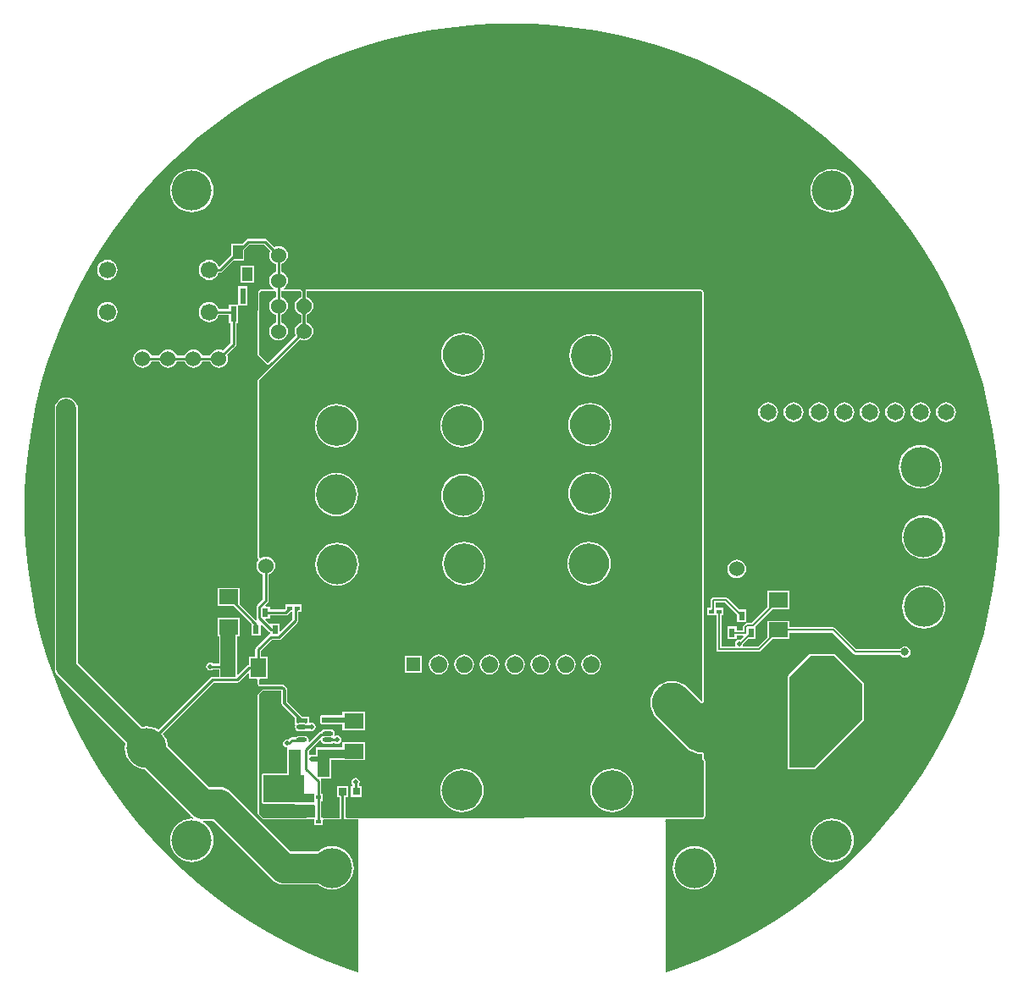
<source format=gtl>
G04 Layer_Physical_Order=1*
G04 Layer_Color=25308*
%FSLAX24Y24*%
%MOIN*%
G70*
G01*
G75*
%ADD10R,0.0591X0.0748*%
%ADD11R,0.0295X0.0295*%
%ADD12R,0.0748X0.0591*%
%ADD13R,0.0217X0.0177*%
%ADD14R,0.0740X0.0980*%
%ADD15O,0.0413X0.0177*%
%ADD16R,0.0413X0.0177*%
%ADD17R,0.0236X0.0354*%
%ADD18R,0.0236X0.0354*%
%ADD19R,0.0236X0.0630*%
%ADD20R,0.0394X0.0551*%
%ADD21R,0.0472X0.1102*%
%ADD22C,0.1181*%
%ADD23C,0.0236*%
%ADD24C,0.0100*%
%ADD25C,0.0197*%
%ADD26C,0.0787*%
%ADD27C,0.0079*%
%ADD28C,0.0067*%
%ADD29C,0.0098*%
%ADD30C,0.1575*%
%ADD31R,0.0600X0.1014*%
%ADD32R,0.0719X0.0374*%
%ADD33R,0.1614X0.1073*%
%ADD34R,0.1457X0.0374*%
%ADD35R,0.1201X0.0226*%
%ADD36R,0.0620X0.0157*%
%ADD37R,0.0591X0.0276*%
%ADD38R,0.0787X0.0984*%
%ADD39R,0.0354X0.0778*%
%ADD40C,0.1575*%
%ADD41C,0.0600*%
%ADD42R,0.0540X0.0540*%
%ADD43C,0.0650*%
%ADD44C,0.0669*%
%ADD45R,0.0540X0.0540*%
%ADD46C,0.0197*%
%ADD47C,0.0315*%
G36*
X32637Y48006D02*
X32669Y47984D01*
X32686Y47959D01*
X32697Y47913D01*
X32697Y47913D01*
X32697Y47913D01*
X32697Y31874D01*
X32651Y31855D01*
X32100Y32405D01*
X31971Y32512D01*
X31823Y32591D01*
X31663Y32639D01*
X31496Y32656D01*
X31329Y32639D01*
X31169Y32591D01*
X31021Y32512D01*
X30892Y32405D01*
X30786Y32276D01*
X30707Y32128D01*
X30658Y31968D01*
X30642Y31801D01*
X30658Y31634D01*
X30707Y31474D01*
X30786Y31326D01*
X30892Y31197D01*
X32063Y30026D01*
X32193Y29919D01*
X32340Y29840D01*
X32501Y29792D01*
X32667Y29775D01*
X32697D01*
X32697Y29567D01*
X32709Y29559D01*
X32726Y29534D01*
X32736Y29488D01*
Y29488D01*
X32736D01*
X32738Y27362D01*
X32731Y27324D01*
X32709Y27291D01*
X32676Y27269D01*
X32648Y27264D01*
X32628Y27264D01*
X32618Y27266D01*
X32598Y27264D01*
Y27264D01*
X18674Y27262D01*
X18639Y27297D01*
Y28096D01*
X18734D01*
Y28518D01*
X18313D01*
Y28096D01*
X18408D01*
Y27262D01*
X17766Y27262D01*
X17750Y27278D01*
Y27278D01*
X17694D01*
Y27919D01*
X17750D01*
Y28222D01*
X17694D01*
Y28698D01*
X17685Y28743D01*
X17670Y28765D01*
X17691Y28815D01*
X18094D01*
Y29532D01*
X19016D01*
X19022Y29533D01*
X19404D01*
Y30250D01*
X18530D01*
Y30035D01*
X18094D01*
Y30043D01*
X17496D01*
Y29977D01*
X17495Y29970D01*
Y29761D01*
X17303D01*
X17257Y29752D01*
X17207Y29782D01*
Y29903D01*
X17632Y30327D01*
X17685Y30310D01*
X17692Y30275D01*
X17725Y30225D01*
X17775Y30192D01*
X17835Y30180D01*
X18071D01*
X18130Y30192D01*
X18180Y30225D01*
X18227Y30217D01*
X18264Y30192D01*
X18327Y30180D01*
X18390Y30192D01*
X18443Y30228D01*
X18479Y30282D01*
X18491Y30344D01*
X18479Y30407D01*
X18443Y30461D01*
X18390Y30497D01*
X18327Y30509D01*
X18264Y30497D01*
X18240Y30480D01*
X18204Y30517D01*
X18214Y30531D01*
X18225Y30591D01*
X18214Y30650D01*
X18180Y30700D01*
X18130Y30733D01*
X18071Y30745D01*
X17835D01*
X17775Y30733D01*
X17725Y30700D01*
X17693Y30651D01*
X17678D01*
X17634Y30643D01*
X17596Y30618D01*
X17233Y30254D01*
X17213Y30264D01*
X17192Y30284D01*
X17202Y30335D01*
X17190Y30394D01*
X17157Y30444D01*
X17106Y30477D01*
X17047Y30489D01*
X16811D01*
X16752Y30477D01*
X16702Y30444D01*
X16696Y30435D01*
X16541D01*
X16496Y30427D01*
X16459Y30402D01*
X16407Y30350D01*
X16348Y30361D01*
X16285Y30349D01*
X16232Y30313D01*
X16196Y30260D01*
X16184Y30197D01*
X16196Y30134D01*
X16232Y30080D01*
X16285Y30045D01*
X16348Y30032D01*
X16354Y30027D01*
Y29021D01*
X15423D01*
X15399Y29016D01*
X15378Y29002D01*
X15364Y28981D01*
X15359Y28957D01*
Y27884D01*
X15364Y27859D01*
X15378Y27838D01*
X15399Y27825D01*
X15423Y27820D01*
X16549D01*
X16614Y27807D01*
X16630Y27810D01*
X16638Y27799D01*
X16658Y27785D01*
X16683Y27780D01*
X17402D01*
X17414Y27783D01*
X17451Y27761D01*
X17464Y27750D01*
Y27278D01*
X17112D01*
Y27262D01*
X15413Y27262D01*
X15256Y27419D01*
X15255Y32143D01*
X15391Y32279D01*
X16128D01*
Y31788D01*
X16137Y31744D01*
X16162Y31707D01*
X16659Y31209D01*
Y30951D01*
X16659Y30951D01*
X16667Y30901D01*
X16656Y30846D01*
X16668Y30787D01*
X16688Y30758D01*
Y30758D01*
X16693Y30733D01*
X16707Y30712D01*
X16727Y30699D01*
X16752Y30694D01*
X16802D01*
X16811Y30692D01*
X17047D01*
X17056Y30694D01*
X17244D01*
X17303Y30682D01*
X17362Y30694D01*
X17372D01*
X17397Y30699D01*
X17417Y30712D01*
X17431Y30733D01*
X17435Y30754D01*
X17455Y30783D01*
X17468Y30846D01*
X17455Y30909D01*
X17420Y30963D01*
X17366Y30999D01*
X17303Y31011D01*
X17249Y31000D01*
X17216Y31017D01*
X17199Y31031D01*
Y31254D01*
X16940D01*
X16359Y31836D01*
Y32328D01*
X16350Y32372D01*
X16325Y32410D01*
X16259Y32476D01*
X16221Y32501D01*
X16177Y32510D01*
X15344D01*
X15305Y32502D01*
X15293Y32505D01*
X15255Y32531D01*
X15255Y32717D01*
X15291Y32752D01*
X15565D01*
Y33626D01*
X15321D01*
Y33853D01*
X15749Y34281D01*
X16031D01*
X16075Y34290D01*
X16112Y34315D01*
X16758Y34961D01*
X16783Y34998D01*
X16792Y35042D01*
Y35370D01*
X16923D01*
Y35673D01*
X16285D01*
Y35512D01*
X16242Y35469D01*
X15673D01*
Y35594D01*
X15505D01*
X15486Y35641D01*
X15593Y35747D01*
X15618Y35784D01*
X15626Y35828D01*
Y36849D01*
X15695Y36878D01*
X15771Y36936D01*
X15829Y37012D01*
X15865Y37100D01*
X15878Y37195D01*
X15865Y37290D01*
X15829Y37378D01*
X15771Y37454D01*
X15695Y37512D01*
X15607Y37549D01*
X15512Y37561D01*
X15417Y37549D01*
X15329Y37512D01*
X15300Y37490D01*
X15255Y37512D01*
X15254Y44508D01*
X15668Y44922D01*
X15668Y44922D01*
X16850Y46104D01*
X16919Y46075D01*
X17014Y46063D01*
X17109Y46075D01*
X17197Y46112D01*
X17273Y46170D01*
X17331Y46246D01*
X17367Y46334D01*
X17380Y46429D01*
X17367Y46524D01*
X17331Y46612D01*
X17273Y46688D01*
X17197Y46746D01*
X17128Y46775D01*
Y47084D01*
X17197Y47112D01*
X17273Y47170D01*
X17331Y47246D01*
X17367Y47334D01*
X17380Y47429D01*
X17367Y47524D01*
X17331Y47612D01*
X17273Y47688D01*
X17197Y47746D01*
X17128Y47775D01*
Y48012D01*
X32598Y48014D01*
X32637Y48006D01*
D02*
G37*
G36*
X26034Y58540D02*
X26869Y58486D01*
X27701Y58394D01*
X28529Y58267D01*
X29350Y58104D01*
X30163Y57905D01*
X30967Y57671D01*
X31760Y57401D01*
X32540Y57098D01*
X33306Y56761D01*
X34057Y56391D01*
X34791Y55988D01*
X35507Y55554D01*
X36203Y55088D01*
X36878Y54593D01*
X37531Y54069D01*
X38160Y53517D01*
X38765Y52938D01*
X39344Y52334D01*
X39896Y51704D01*
X40420Y51051D01*
X40915Y50376D01*
X41380Y49680D01*
X41815Y48964D01*
X42217Y48230D01*
X42588Y47480D01*
X42925Y46713D01*
X43228Y45933D01*
X43497Y45140D01*
X43732Y44336D01*
X43931Y43523D01*
X44094Y42702D01*
X44221Y41875D01*
X44312Y41042D01*
X44367Y40207D01*
X44385Y39370D01*
X44367Y38533D01*
X44312Y37698D01*
X44221Y36865D01*
X44094Y36038D01*
X43931Y35217D01*
X43732Y34404D01*
X43497Y33600D01*
X43228Y32807D01*
X42925Y32027D01*
X42588Y31261D01*
X42217Y30510D01*
X41815Y29776D01*
X41380Y29060D01*
X40915Y28364D01*
X40420Y27689D01*
X39896Y27036D01*
X39344Y26406D01*
X38765Y25802D01*
X38160Y25223D01*
X37531Y24671D01*
X36878Y24147D01*
X36203Y23652D01*
X35507Y23187D01*
X34791Y22752D01*
X34057Y22350D01*
X33306Y21979D01*
X32540Y21642D01*
X31760Y21339D01*
X31294Y21181D01*
X31253Y21210D01*
Y21629D01*
X31246Y21665D01*
Y27087D01*
X31238Y27127D01*
X31223Y27149D01*
X31237Y27188D01*
X31245Y27199D01*
X32598Y27199D01*
X32602Y27200D01*
X32605Y27200D01*
X32615Y27201D01*
X32615Y27201D01*
X32621Y27201D01*
X32628Y27199D01*
X32649Y27200D01*
X32655Y27201D01*
X32661D01*
X32689Y27206D01*
X32689D01*
X32712Y27216D01*
X32745Y27238D01*
X32762Y27255D01*
X32784Y27288D01*
X32794Y27311D01*
X32801Y27350D01*
Y27356D01*
X32803Y27362D01*
X32801Y29488D01*
X32799Y29495D01*
X32799Y29503D01*
X32788Y29548D01*
X32784Y29559D01*
X32779Y29570D01*
X32762Y29595D01*
X32761Y29596D01*
X32761Y29775D01*
X32756Y29800D01*
X32743Y29821D01*
X32722Y29835D01*
X32697Y29840D01*
X32670D01*
X32513Y29855D01*
X32365Y29900D01*
X32228Y29973D01*
X32106Y30073D01*
X30939Y31240D01*
X30839Y31362D01*
X30766Y31499D01*
X30721Y31647D01*
X30706Y31801D01*
X30721Y31955D01*
X30766Y32103D01*
X30839Y32240D01*
X30937Y32360D01*
X31057Y32458D01*
X31194Y32531D01*
X31342Y32576D01*
X31496Y32591D01*
X31650Y32576D01*
X31798Y32531D01*
X31935Y32458D01*
X32057Y32358D01*
X32605Y31809D01*
X32614Y31804D01*
X32626Y31795D01*
X32637Y31793D01*
X32651Y31791D01*
X32671Y31795D01*
X32675Y31795D01*
X32722Y31815D01*
X32730Y31820D01*
X32742Y31829D01*
X32748Y31837D01*
X32756Y31849D01*
X32760Y31870D01*
X32761Y31874D01*
Y31874D01*
X32761Y47913D01*
Y47913D01*
Y47913D01*
X32760Y47921D01*
X32760Y47928D01*
X32749Y47973D01*
X32744Y47984D01*
X32740Y47995D01*
X32723Y48020D01*
X32705Y48038D01*
X32673Y48060D01*
X32649Y48069D01*
X32611Y48077D01*
X32605D01*
X32598Y48078D01*
X17128Y48076D01*
X17117Y48074D01*
X17104Y48071D01*
X17104Y48071D01*
X17104Y48071D01*
X17093Y48064D01*
X17083Y48058D01*
X17083Y48058D01*
X17083Y48058D01*
X17076Y48047D01*
X17069Y48037D01*
X17069Y48037D01*
X17069Y48037D01*
X17066Y48024D01*
X17064Y48012D01*
Y47775D01*
X17069Y47750D01*
X17076Y47740D01*
X17083Y47729D01*
X17104Y47715D01*
X17164Y47690D01*
X17227Y47642D01*
X17275Y47580D01*
X17305Y47507D01*
X17315Y47429D01*
X17305Y47351D01*
X17275Y47278D01*
X17227Y47216D01*
X17164Y47168D01*
X17104Y47143D01*
X17083Y47129D01*
X17076Y47119D01*
X17069Y47108D01*
X17064Y47084D01*
Y46775D01*
X17069Y46750D01*
X17076Y46740D01*
X17083Y46729D01*
X17104Y46715D01*
X17164Y46690D01*
X17227Y46642D01*
X17275Y46580D01*
X17305Y46507D01*
X17315Y46429D01*
X17305Y46351D01*
X17275Y46278D01*
X17227Y46216D01*
X17164Y46168D01*
X17092Y46138D01*
X17014Y46128D01*
X16936Y46138D01*
X16875Y46163D01*
X16850Y46168D01*
X16826Y46163D01*
X16817Y46158D01*
X16805Y46149D01*
X15623Y44967D01*
X15623Y44967D01*
X15209Y44553D01*
X15209Y44553D01*
X15209Y44553D01*
X15203Y44545D01*
X15195Y44532D01*
X15195Y44532D01*
X15195Y44532D01*
X15193Y44526D01*
X15190Y44508D01*
X15190Y44508D01*
X15191Y37514D01*
X15191Y37512D01*
X15191Y37512D01*
X15193Y37501D01*
X15193Y37501D01*
X15194Y37491D01*
X15195Y37489D01*
X15195Y37487D01*
X15201Y37478D01*
X15207Y37469D01*
X15218Y37423D01*
X15218Y37409D01*
X15195Y37378D01*
X15158Y37290D01*
X15146Y37195D01*
X15158Y37100D01*
X15195Y37012D01*
X15253Y36936D01*
X15329Y36878D01*
X15397Y36849D01*
Y35875D01*
X15181Y35659D01*
X15156Y35622D01*
X15147Y35578D01*
Y35131D01*
X15156Y35087D01*
X15116Y35056D01*
X14482Y35690D01*
Y36323D01*
X13608D01*
Y35606D01*
X14241D01*
X14937Y34910D01*
Y34445D01*
X15299D01*
Y34861D01*
X15349Y34881D01*
X15627Y34604D01*
X15664Y34579D01*
X15685Y34575D01*
Y34507D01*
X15658Y34501D01*
X15643Y34491D01*
X15621Y34477D01*
X15126Y33982D01*
X15101Y33945D01*
X15092Y33901D01*
Y33626D01*
X14848D01*
Y33302D01*
X14810Y33295D01*
X14773Y33270D01*
X14430Y32927D01*
X14384Y32946D01*
Y33450D01*
X14390Y33460D01*
X14395Y33484D01*
Y34425D01*
X14482D01*
Y35142D01*
X13608D01*
Y34425D01*
X13666D01*
Y33484D01*
X13667Y33478D01*
Y33344D01*
X13434D01*
X13433Y33345D01*
X13380Y33380D01*
X13317Y33393D01*
X13254Y33380D01*
X13201Y33345D01*
X13165Y33291D01*
X13152Y33228D01*
X13165Y33165D01*
X13201Y33112D01*
X13254Y33076D01*
X13317Y33064D01*
X13380Y33076D01*
X13433Y33112D01*
X13434Y33113D01*
X13667D01*
Y32817D01*
X13411D01*
X13368Y32808D01*
X13331Y32784D01*
X11282Y30735D01*
X11144Y30809D01*
X10984Y30858D01*
X10817Y30874D01*
X10650Y30858D01*
X10635Y30853D01*
X8122Y33366D01*
Y36366D01*
Y37366D01*
Y38366D01*
Y39366D01*
Y40366D01*
Y41366D01*
Y42366D01*
Y43366D01*
X8106Y43485D01*
X8060Y43596D01*
X7987Y43692D01*
X7892Y43765D01*
X7781Y43811D01*
X7661Y43826D01*
X7542Y43811D01*
X7431Y43765D01*
X7336Y43692D01*
X7262Y43596D01*
X7216Y43485D01*
X7201Y43366D01*
Y42366D01*
Y41366D01*
Y40366D01*
Y39366D01*
Y38366D01*
Y37366D01*
Y36366D01*
Y33175D01*
X7216Y33056D01*
X7262Y32945D01*
X7336Y32849D01*
X9983Y30202D01*
X9979Y30186D01*
X9962Y30020D01*
X9979Y29853D01*
X10027Y29693D01*
X10106Y29545D01*
X10213Y29415D01*
X10342Y29309D01*
X10490Y29230D01*
X10650Y29182D01*
X10735Y29173D01*
X12553Y27355D01*
X12553Y27355D01*
X12598Y27318D01*
X12647Y27278D01*
X12642Y27235D01*
X12639Y27228D01*
X12598Y27232D01*
X12432Y27216D01*
X12271Y27167D01*
X12124Y27088D01*
X11994Y26982D01*
X11888Y26853D01*
X11809Y26705D01*
X11760Y26545D01*
X11744Y26378D01*
X11760Y26211D01*
X11809Y26051D01*
X11888Y25903D01*
X11994Y25774D01*
X12124Y25667D01*
X12271Y25588D01*
X12432Y25540D01*
X12598Y25523D01*
X12765Y25540D01*
X12925Y25588D01*
X13073Y25667D01*
X13203Y25774D01*
X13309Y25903D01*
X13388Y26051D01*
X13437Y26211D01*
X13453Y26378D01*
X13437Y26545D01*
X13388Y26705D01*
X13309Y26853D01*
X13203Y26982D01*
X13073Y27088D01*
X13029Y27112D01*
X13041Y27162D01*
X13426D01*
X15757Y24831D01*
X15757Y24831D01*
X15857Y24749D01*
X15970Y24689D01*
X16093Y24651D01*
X16221Y24639D01*
X17570D01*
X17636Y24585D01*
X17783Y24506D01*
X17944Y24457D01*
X18110Y24441D01*
X18277Y24457D01*
X18437Y24506D01*
X18585Y24585D01*
X18714Y24691D01*
X18821Y24821D01*
X18900Y24968D01*
X18948Y25129D01*
X18965Y25295D01*
X18948Y25462D01*
X18900Y25622D01*
X18821Y25770D01*
X18714Y25900D01*
X18585Y26006D01*
X18437Y26085D01*
X18277Y26133D01*
X18110Y26150D01*
X17944Y26133D01*
X17783Y26085D01*
X17636Y26006D01*
X17570Y25952D01*
X16493D01*
X14162Y28283D01*
X14063Y28365D01*
X13949Y28426D01*
X13826Y28463D01*
X13814Y28464D01*
X13698Y28476D01*
X13698Y28476D01*
X13290D01*
X11663Y30102D01*
X11655Y30186D01*
X11606Y30347D01*
X11527Y30494D01*
X11454Y30584D01*
X13459Y32588D01*
X14367D01*
X14411Y32597D01*
X14448Y32622D01*
X14802Y32976D01*
X14848Y32957D01*
Y32752D01*
X15148D01*
X15148Y32752D01*
X15154Y32750D01*
X15191Y32717D01*
X15191Y32717D01*
X15191Y32531D01*
X15192Y32526D01*
X15192Y32520D01*
X15195Y32514D01*
X15196Y32507D01*
X15199Y32502D01*
X15201Y32497D01*
X15206Y32492D01*
X15210Y32486D01*
X15215Y32483D01*
X15219Y32479D01*
X15256Y32452D01*
X15267Y32448D01*
X15276Y32443D01*
X15289Y32440D01*
X15291Y32440D01*
X15293Y32439D01*
X15303D01*
X15314Y32438D01*
X15316Y32439D01*
X15318D01*
X15350Y32445D01*
X16171D01*
X16196Y32440D01*
X16218Y32426D01*
X16275Y32369D01*
X16289Y32347D01*
X16294Y32322D01*
Y31836D01*
X16294Y31836D01*
X16299Y31811D01*
X16313Y31790D01*
X16895Y31209D01*
X16916Y31195D01*
X16940Y31190D01*
X16940Y31190D01*
X17135D01*
Y31031D01*
X17135Y31030D01*
X17125Y31016D01*
X17103Y30997D01*
X17094Y30992D01*
X17047Y31001D01*
X16811D01*
X16774Y30994D01*
X16729Y31022D01*
X16724Y31031D01*
Y31209D01*
X16724Y31209D01*
X16719Y31234D01*
X16705Y31255D01*
X16705Y31255D01*
X16212Y31748D01*
X16197Y31769D01*
X16193Y31790D01*
Y32344D01*
X15327D01*
Y32306D01*
X15210Y32189D01*
X15210Y32189D01*
X15210Y32189D01*
X15204Y32180D01*
X15196Y32168D01*
X15196Y32168D01*
X15196Y32168D01*
X15195Y32161D01*
X15191Y32143D01*
X15191Y32143D01*
X15192Y27419D01*
X15192Y27419D01*
X15192Y27419D01*
Y27419D01*
X15192Y27414D01*
X15196Y27394D01*
X15196Y27394D01*
X15196Y27394D01*
X15205Y27382D01*
X15210Y27373D01*
X15367Y27216D01*
X15367Y27216D01*
X15367Y27216D01*
X15378Y27209D01*
X15388Y27202D01*
X15388Y27202D01*
X15388Y27202D01*
X15398Y27200D01*
X15413Y27197D01*
X15413Y27197D01*
X15413D01*
X17112Y27198D01*
X17124Y27200D01*
X17137Y27203D01*
X17137Y27203D01*
X17137Y27203D01*
X17147Y27210D01*
X17153Y27213D01*
X17407D01*
Y26974D01*
X17750D01*
Y27185D01*
X17766Y27198D01*
X17766Y27198D01*
X18408Y27198D01*
X18420Y27200D01*
X18433Y27203D01*
X18433Y27203D01*
X18433Y27203D01*
X18443Y27210D01*
X18454Y27217D01*
X18454Y27217D01*
X18454Y27217D01*
X18461Y27227D01*
X18468Y27237D01*
X18468Y27237D01*
X18468Y27237D01*
X18470Y27251D01*
X18473Y27262D01*
Y28096D01*
X18468Y28121D01*
X18454Y28142D01*
X18433Y28156D01*
X18408Y28161D01*
X18377D01*
Y28453D01*
X18670D01*
Y28161D01*
X18639D01*
X18614Y28156D01*
X18593Y28142D01*
X18579Y28121D01*
X18575Y28096D01*
Y27297D01*
X18575Y27297D01*
X18579Y27275D01*
X18579Y27273D01*
X18579Y27273D01*
X18586Y27262D01*
X18593Y27252D01*
X18593Y27252D01*
X18629Y27217D01*
X18629Y27217D01*
X18644Y27207D01*
X18650Y27203D01*
X18650D01*
X18650Y27203D01*
X18660Y27201D01*
X18674Y27198D01*
X18674Y27198D01*
X19140Y27198D01*
X19147Y27190D01*
X19163Y27148D01*
X19148Y27127D01*
X19140Y27087D01*
Y21210D01*
X19100Y21181D01*
X18634Y21339D01*
X17854Y21642D01*
X17087Y21979D01*
X16337Y22350D01*
X15603Y22752D01*
X14887Y23187D01*
X14191Y23652D01*
X13516Y24147D01*
X12863Y24671D01*
X12233Y25223D01*
X11629Y25802D01*
X11050Y26406D01*
X10498Y27036D01*
X9974Y27689D01*
X9479Y28364D01*
X9013Y29060D01*
X8579Y29776D01*
X8176Y30510D01*
X7806Y31261D01*
X7469Y32027D01*
X7166Y32807D01*
X6896Y33600D01*
X6662Y34404D01*
X6463Y35217D01*
X6300Y36038D01*
X6172Y36865D01*
X6081Y37698D01*
X6027Y38533D01*
X6008Y39370D01*
X6027Y40207D01*
X6081Y41042D01*
X6172Y41875D01*
X6300Y42702D01*
X6463Y43523D01*
X6662Y44336D01*
X6896Y45140D01*
X7166Y45933D01*
X7469Y46713D01*
X7806Y47480D01*
X8176Y48230D01*
X8579Y48964D01*
X9013Y49680D01*
X9479Y50376D01*
X9974Y51051D01*
X10498Y51704D01*
X11050Y52334D01*
X11629Y52938D01*
X12233Y53517D01*
X12863Y54069D01*
X13516Y54593D01*
X14191Y55088D01*
X14887Y55554D01*
X15603Y55988D01*
X16337Y56391D01*
X17087Y56761D01*
X17854Y57098D01*
X18634Y57401D01*
X19427Y57671D01*
X20230Y57905D01*
X21044Y58104D01*
X21865Y58267D01*
X22692Y58394D01*
X23524Y58486D01*
X24360Y58540D01*
X25197Y58559D01*
X26034Y58540D01*
D02*
G37*
G36*
X16563Y35089D02*
X16093Y34620D01*
X16047Y34639D01*
Y34925D01*
X15685D01*
X15685Y34925D01*
Y34925D01*
X15640Y34914D01*
X15486Y35068D01*
X15505Y35114D01*
X15673D01*
Y35240D01*
X16289D01*
X16333Y35249D01*
X16370Y35273D01*
X16467Y35370D01*
X16563D01*
Y35089D01*
D02*
G37*
%LPC*%
G36*
X41407Y36425D02*
X41241Y36409D01*
X41080Y36360D01*
X40933Y36281D01*
X40803Y36175D01*
X40697Y36046D01*
X40618Y35898D01*
X40569Y35738D01*
X40553Y35571D01*
X40569Y35404D01*
X40618Y35244D01*
X40697Y35096D01*
X40803Y34967D01*
X40933Y34860D01*
X41080Y34781D01*
X41241Y34733D01*
X41407Y34716D01*
X41574Y34733D01*
X41734Y34781D01*
X41882Y34860D01*
X42012Y34967D01*
X42118Y35096D01*
X42197Y35244D01*
X42246Y35404D01*
X42262Y35571D01*
X42246Y35738D01*
X42197Y35898D01*
X42118Y36046D01*
X42012Y36175D01*
X41882Y36281D01*
X41734Y36360D01*
X41574Y36409D01*
X41407Y36425D01*
D02*
G37*
G36*
X36116Y36205D02*
X35242D01*
Y35557D01*
X34626Y34941D01*
X34446D01*
X34406Y34933D01*
X34372Y34910D01*
X34372Y34910D01*
X34312Y34850D01*
X34289Y34817D01*
X34281Y34777D01*
X34281Y34777D01*
Y34661D01*
X34039D01*
Y34797D01*
X33677D01*
Y34317D01*
X34039D01*
Y34453D01*
X34298D01*
X34317Y34407D01*
X34188Y34278D01*
X34134Y34289D01*
X34071Y34276D01*
X34017Y34240D01*
X33982Y34187D01*
X33969Y34124D01*
X33982Y34061D01*
X33985Y34056D01*
X33962Y34012D01*
X33441D01*
Y35232D01*
X33508D01*
Y35535D01*
X33230D01*
Y35742D01*
X33569D01*
X34051Y35260D01*
Y34986D01*
X34413D01*
Y35467D01*
X34140D01*
X33686Y35920D01*
X33652Y35943D01*
X33612Y35951D01*
X33612Y35951D01*
X33126D01*
X33086Y35943D01*
X33052Y35920D01*
X33030Y35886D01*
X33022Y35846D01*
Y35535D01*
X32870D01*
Y35232D01*
X33232D01*
Y33907D01*
X33240Y33868D01*
X33263Y33834D01*
X33297Y33811D01*
X33337Y33803D01*
X34921D01*
X34921Y33803D01*
X34961Y33811D01*
X34995Y33834D01*
X35468Y34307D01*
X36116D01*
Y34561D01*
X37801D01*
X38637Y33725D01*
X38637Y33725D01*
X38671Y33703D01*
X38677Y33701D01*
X38711Y33695D01*
X38711Y33695D01*
X40464D01*
X40500Y33640D01*
X40573Y33592D01*
X40659Y33574D01*
X40745Y33592D01*
X40818Y33640D01*
X40867Y33713D01*
X40884Y33799D01*
X40867Y33885D01*
X40818Y33958D01*
X40745Y34007D01*
X40659Y34024D01*
X40573Y34007D01*
X40500Y33958D01*
X40464Y33904D01*
X38754D01*
X37918Y34739D01*
X37884Y34762D01*
X37844Y34770D01*
X37844Y34770D01*
X36116D01*
Y35024D01*
X35242D01*
Y34376D01*
X34878Y34012D01*
X34306D01*
X34283Y34056D01*
X34286Y34061D01*
X34295Y34107D01*
X34505Y34317D01*
X34787D01*
Y34797D01*
X34787Y34797D01*
X34787D01*
X34815Y34835D01*
X35468Y35488D01*
X36116D01*
Y36205D01*
D02*
G37*
G36*
X18317Y38108D02*
X18150Y38092D01*
X17990Y38043D01*
X17842Y37964D01*
X17713Y37858D01*
X17606Y37729D01*
X17527Y37581D01*
X17479Y37421D01*
X17462Y37254D01*
X17479Y37087D01*
X17527Y36927D01*
X17606Y36779D01*
X17713Y36650D01*
X17842Y36543D01*
X17990Y36464D01*
X18150Y36416D01*
X18317Y36399D01*
X18484Y36416D01*
X18644Y36464D01*
X18792Y36543D01*
X18921Y36650D01*
X19027Y36779D01*
X19106Y36927D01*
X19155Y37087D01*
X19171Y37254D01*
X19155Y37421D01*
X19106Y37581D01*
X19027Y37729D01*
X18921Y37858D01*
X18792Y37964D01*
X18644Y38043D01*
X18484Y38092D01*
X18317Y38108D01*
D02*
G37*
G36*
X21652Y33640D02*
X20986D01*
Y32974D01*
X21652D01*
Y33640D01*
D02*
G37*
G36*
X37874Y33716D02*
X37874Y33716D01*
X36939D01*
X36939Y33716D01*
X36914Y33711D01*
X36894Y33697D01*
X36894Y33697D01*
X36067Y32870D01*
X36053Y32849D01*
X36048Y32825D01*
X36048Y32825D01*
Y29232D01*
X36053Y29208D01*
X36067Y29187D01*
X36088Y29173D01*
X36112Y29168D01*
X37087D01*
X37087Y29168D01*
X37111Y29173D01*
X37132Y29187D01*
X37132Y29187D01*
X38997Y31052D01*
X39001Y31053D01*
X39022Y31067D01*
X39036Y31088D01*
X39041Y31112D01*
Y32549D01*
X39036Y32574D01*
X39030Y32582D01*
X39022Y32595D01*
X39022Y32595D01*
X37919Y33697D01*
X37899Y33711D01*
X37874Y33716D01*
D02*
G37*
G36*
X28268Y40894D02*
X28101Y40877D01*
X27941Y40829D01*
X27793Y40750D01*
X27663Y40644D01*
X27557Y40514D01*
X27478Y40366D01*
X27430Y40206D01*
X27413Y40039D01*
X27430Y39873D01*
X27478Y39712D01*
X27557Y39565D01*
X27663Y39435D01*
X27793Y39329D01*
X27941Y39250D01*
X28101Y39201D01*
X28268Y39185D01*
X28434Y39201D01*
X28595Y39250D01*
X28742Y39329D01*
X28872Y39435D01*
X28978Y39565D01*
X29057Y39712D01*
X29106Y39873D01*
X29122Y40039D01*
X29106Y40206D01*
X29057Y40366D01*
X28978Y40514D01*
X28872Y40644D01*
X28742Y40750D01*
X28595Y40829D01*
X28434Y40877D01*
X28268Y40894D01*
D02*
G37*
G36*
X28228Y38138D02*
X28062Y38122D01*
X27901Y38073D01*
X27754Y37994D01*
X27624Y37888D01*
X27518Y37758D01*
X27439Y37610D01*
X27390Y37450D01*
X27374Y37283D01*
X27390Y37117D01*
X27439Y36956D01*
X27518Y36809D01*
X27624Y36679D01*
X27754Y36573D01*
X27901Y36494D01*
X28062Y36445D01*
X28228Y36429D01*
X28395Y36445D01*
X28555Y36494D01*
X28703Y36573D01*
X28833Y36679D01*
X28939Y36809D01*
X29018Y36956D01*
X29066Y37117D01*
X29083Y37283D01*
X29066Y37450D01*
X29018Y37610D01*
X28939Y37758D01*
X28833Y37888D01*
X28703Y37994D01*
X28555Y38073D01*
X28395Y38122D01*
X28228Y38138D01*
D02*
G37*
G36*
X34045Y37433D02*
X33951Y37421D01*
X33862Y37384D01*
X33786Y37326D01*
X33728Y37250D01*
X33692Y37162D01*
X33679Y37067D01*
X33692Y36972D01*
X33728Y36884D01*
X33786Y36808D01*
X33862Y36750D01*
X33951Y36713D01*
X34045Y36701D01*
X34140Y36713D01*
X34228Y36750D01*
X34304Y36808D01*
X34362Y36884D01*
X34399Y36972D01*
X34411Y37067D01*
X34399Y37162D01*
X34362Y37250D01*
X34304Y37326D01*
X34228Y37384D01*
X34140Y37421D01*
X34045Y37433D01*
D02*
G37*
G36*
X41398Y39181D02*
X41231Y39165D01*
X41071Y39116D01*
X40923Y39037D01*
X40793Y38931D01*
X40687Y38802D01*
X40608Y38654D01*
X40560Y38493D01*
X40543Y38327D01*
X40560Y38160D01*
X40608Y38000D01*
X40687Y37852D01*
X40793Y37723D01*
X40923Y37616D01*
X41071Y37537D01*
X41231Y37489D01*
X41398Y37472D01*
X41564Y37489D01*
X41725Y37537D01*
X41872Y37616D01*
X42002Y37723D01*
X42108Y37852D01*
X42187Y38000D01*
X42236Y38160D01*
X42252Y38327D01*
X42236Y38493D01*
X42187Y38654D01*
X42108Y38802D01*
X42002Y38931D01*
X41872Y39037D01*
X41725Y39116D01*
X41564Y39165D01*
X41398Y39181D01*
D02*
G37*
G36*
X23307Y38138D02*
X23140Y38122D01*
X22980Y38073D01*
X22832Y37994D01*
X22703Y37888D01*
X22597Y37758D01*
X22518Y37610D01*
X22469Y37450D01*
X22453Y37283D01*
X22469Y37117D01*
X22518Y36956D01*
X22597Y36809D01*
X22703Y36679D01*
X22832Y36573D01*
X22980Y36494D01*
X23140Y36445D01*
X23307Y36429D01*
X23474Y36445D01*
X23634Y36494D01*
X23782Y36573D01*
X23911Y36679D01*
X24018Y36809D01*
X24097Y36956D01*
X24145Y37117D01*
X24162Y37283D01*
X24145Y37450D01*
X24097Y37610D01*
X24018Y37758D01*
X23911Y37888D01*
X23782Y37994D01*
X23634Y38073D01*
X23474Y38122D01*
X23307Y38138D01*
D02*
G37*
G36*
X18287Y40855D02*
X18121Y40838D01*
X17960Y40789D01*
X17813Y40711D01*
X17683Y40604D01*
X17577Y40475D01*
X17498Y40327D01*
X17449Y40167D01*
X17433Y40000D01*
X17449Y39833D01*
X17498Y39673D01*
X17577Y39525D01*
X17683Y39396D01*
X17813Y39290D01*
X17960Y39211D01*
X18121Y39162D01*
X18287Y39145D01*
X18454Y39162D01*
X18614Y39211D01*
X18762Y39290D01*
X18892Y39396D01*
X18998Y39525D01*
X19077Y39673D01*
X19125Y39833D01*
X19142Y40000D01*
X19125Y40167D01*
X19077Y40327D01*
X18998Y40475D01*
X18892Y40604D01*
X18762Y40711D01*
X18614Y40789D01*
X18454Y40838D01*
X18287Y40855D01*
D02*
G37*
G36*
X23268Y40815D02*
X23101Y40799D01*
X22941Y40750D01*
X22793Y40671D01*
X22663Y40565D01*
X22557Y40435D01*
X22478Y40288D01*
X22430Y40127D01*
X22413Y39961D01*
X22430Y39794D01*
X22478Y39634D01*
X22557Y39486D01*
X22663Y39356D01*
X22793Y39250D01*
X22941Y39171D01*
X23101Y39123D01*
X23268Y39106D01*
X23434Y39123D01*
X23595Y39171D01*
X23742Y39250D01*
X23872Y39356D01*
X23978Y39486D01*
X24057Y39634D01*
X24106Y39794D01*
X24122Y39961D01*
X24106Y40127D01*
X24057Y40288D01*
X23978Y40435D01*
X23872Y40565D01*
X23742Y40671D01*
X23595Y40750D01*
X23434Y40799D01*
X23268Y40815D01*
D02*
G37*
G36*
X29134Y29201D02*
X28967Y29185D01*
X28807Y29136D01*
X28659Y29057D01*
X28530Y28951D01*
X28423Y28821D01*
X28344Y28673D01*
X28296Y28513D01*
X28279Y28346D01*
X28296Y28180D01*
X28344Y28019D01*
X28423Y27872D01*
X28530Y27742D01*
X28659Y27636D01*
X28807Y27557D01*
X28967Y27508D01*
X29134Y27492D01*
X29301Y27508D01*
X29461Y27557D01*
X29609Y27636D01*
X29738Y27742D01*
X29844Y27872D01*
X29923Y28019D01*
X29972Y28180D01*
X29988Y28346D01*
X29972Y28513D01*
X29923Y28673D01*
X29844Y28821D01*
X29738Y28951D01*
X29609Y29057D01*
X29461Y29136D01*
X29301Y29185D01*
X29134Y29201D01*
D02*
G37*
G36*
X19045Y28836D02*
X18982Y28823D01*
X18929Y28788D01*
X18893Y28734D01*
X18881Y28671D01*
X18893Y28608D01*
X18920Y28568D01*
X18904Y28525D01*
X18898Y28518D01*
X18864D01*
Y28096D01*
X19285D01*
Y28518D01*
X19192D01*
X19186Y28525D01*
X19170Y28568D01*
X19197Y28608D01*
X19210Y28671D01*
X19197Y28734D01*
X19162Y28788D01*
X19108Y28823D01*
X19045Y28836D01*
D02*
G37*
G36*
X19404Y31431D02*
X18530D01*
Y31304D01*
X17717D01*
X17692Y31300D01*
X17671Y31286D01*
X17657Y31265D01*
X17652Y31240D01*
Y31014D01*
X17657Y30989D01*
X17671Y30968D01*
X17692Y30954D01*
X17717Y30950D01*
X17826D01*
X17835Y30948D01*
X18071D01*
X18080Y30950D01*
X18530D01*
Y30715D01*
X19404D01*
Y31431D01*
D02*
G37*
G36*
X32382Y26150D02*
X32215Y26133D01*
X32055Y26085D01*
X31907Y26006D01*
X31778Y25900D01*
X31671Y25770D01*
X31592Y25622D01*
X31544Y25462D01*
X31527Y25295D01*
X31544Y25129D01*
X31592Y24968D01*
X31671Y24821D01*
X31778Y24691D01*
X31907Y24585D01*
X32055Y24506D01*
X32215Y24457D01*
X32382Y24441D01*
X32549Y24457D01*
X32709Y24506D01*
X32857Y24585D01*
X32986Y24691D01*
X33092Y24821D01*
X33171Y24968D01*
X33220Y25129D01*
X33236Y25295D01*
X33220Y25462D01*
X33171Y25622D01*
X33092Y25770D01*
X32986Y25900D01*
X32857Y26006D01*
X32709Y26085D01*
X32549Y26133D01*
X32382Y26150D01*
D02*
G37*
G36*
X37795Y27232D02*
X37629Y27216D01*
X37468Y27167D01*
X37321Y27088D01*
X37191Y26982D01*
X37085Y26853D01*
X37006Y26705D01*
X36957Y26545D01*
X36941Y26378D01*
X36957Y26211D01*
X37006Y26051D01*
X37085Y25903D01*
X37191Y25774D01*
X37321Y25667D01*
X37468Y25588D01*
X37629Y25540D01*
X37795Y25523D01*
X37962Y25540D01*
X38122Y25588D01*
X38270Y25667D01*
X38400Y25774D01*
X38506Y25903D01*
X38585Y26051D01*
X38633Y26211D01*
X38650Y26378D01*
X38633Y26545D01*
X38585Y26705D01*
X38506Y26853D01*
X38400Y26982D01*
X38270Y27088D01*
X38122Y27167D01*
X37962Y27216D01*
X37795Y27232D01*
D02*
G37*
G36*
X23228Y29201D02*
X23062Y29185D01*
X22901Y29136D01*
X22754Y29057D01*
X22624Y28951D01*
X22518Y28821D01*
X22439Y28673D01*
X22390Y28513D01*
X22374Y28346D01*
X22390Y28180D01*
X22439Y28019D01*
X22518Y27872D01*
X22624Y27742D01*
X22754Y27636D01*
X22901Y27557D01*
X23062Y27508D01*
X23228Y27492D01*
X23395Y27508D01*
X23555Y27557D01*
X23703Y27636D01*
X23833Y27742D01*
X23939Y27872D01*
X24018Y28019D01*
X24066Y28180D01*
X24083Y28346D01*
X24066Y28513D01*
X24018Y28673D01*
X23939Y28821D01*
X23833Y28951D01*
X23703Y29057D01*
X23555Y29136D01*
X23395Y29185D01*
X23228Y29201D01*
D02*
G37*
G36*
X22319Y33698D02*
X22218Y33685D01*
X22124Y33646D01*
X22042Y33584D01*
X21980Y33503D01*
X21941Y33408D01*
X21928Y33307D01*
X21941Y33206D01*
X21980Y33111D01*
X22042Y33030D01*
X22124Y32968D01*
X22218Y32929D01*
X22319Y32916D01*
X22420Y32929D01*
X22515Y32968D01*
X22596Y33030D01*
X22658Y33111D01*
X22697Y33206D01*
X22711Y33307D01*
X22697Y33408D01*
X22658Y33503D01*
X22596Y33584D01*
X22515Y33646D01*
X22420Y33685D01*
X22319Y33698D01*
D02*
G37*
G36*
X26319D02*
X26218Y33685D01*
X26124Y33646D01*
X26042Y33584D01*
X25980Y33503D01*
X25941Y33408D01*
X25928Y33307D01*
X25941Y33206D01*
X25980Y33111D01*
X26042Y33030D01*
X26124Y32968D01*
X26218Y32929D01*
X26319Y32916D01*
X26421Y32929D01*
X26515Y32968D01*
X26596Y33030D01*
X26658Y33111D01*
X26697Y33206D01*
X26711Y33307D01*
X26697Y33408D01*
X26658Y33503D01*
X26596Y33584D01*
X26515Y33646D01*
X26421Y33685D01*
X26319Y33698D01*
D02*
G37*
G36*
X27319D02*
X27218Y33685D01*
X27124Y33646D01*
X27042Y33584D01*
X26980Y33503D01*
X26941Y33408D01*
X26928Y33307D01*
X26941Y33206D01*
X26980Y33111D01*
X27042Y33030D01*
X27124Y32968D01*
X27218Y32929D01*
X27319Y32916D01*
X27420Y32929D01*
X27515Y32968D01*
X27596Y33030D01*
X27658Y33111D01*
X27697Y33206D01*
X27711Y33307D01*
X27697Y33408D01*
X27658Y33503D01*
X27596Y33584D01*
X27515Y33646D01*
X27420Y33685D01*
X27319Y33698D01*
D02*
G37*
G36*
X28319D02*
X28218Y33685D01*
X28124Y33646D01*
X28042Y33584D01*
X27980Y33503D01*
X27941Y33408D01*
X27928Y33307D01*
X27941Y33206D01*
X27980Y33111D01*
X28042Y33030D01*
X28124Y32968D01*
X28218Y32929D01*
X28319Y32916D01*
X28421Y32929D01*
X28515Y32968D01*
X28596Y33030D01*
X28658Y33111D01*
X28697Y33206D01*
X28711Y33307D01*
X28697Y33408D01*
X28658Y33503D01*
X28596Y33584D01*
X28515Y33646D01*
X28421Y33685D01*
X28319Y33698D01*
D02*
G37*
G36*
X23319D02*
X23218Y33685D01*
X23124Y33646D01*
X23042Y33584D01*
X22980Y33503D01*
X22941Y33408D01*
X22928Y33307D01*
X22941Y33206D01*
X22980Y33111D01*
X23042Y33030D01*
X23124Y32968D01*
X23218Y32929D01*
X23319Y32916D01*
X23421Y32929D01*
X23515Y32968D01*
X23596Y33030D01*
X23658Y33111D01*
X23697Y33206D01*
X23711Y33307D01*
X23697Y33408D01*
X23658Y33503D01*
X23596Y33584D01*
X23515Y33646D01*
X23421Y33685D01*
X23319Y33698D01*
D02*
G37*
G36*
X24319D02*
X24218Y33685D01*
X24124Y33646D01*
X24042Y33584D01*
X23980Y33503D01*
X23941Y33408D01*
X23928Y33307D01*
X23941Y33206D01*
X23980Y33111D01*
X24042Y33030D01*
X24124Y32968D01*
X24218Y32929D01*
X24319Y32916D01*
X24420Y32929D01*
X24515Y32968D01*
X24596Y33030D01*
X24658Y33111D01*
X24697Y33206D01*
X24711Y33307D01*
X24697Y33408D01*
X24658Y33503D01*
X24596Y33584D01*
X24515Y33646D01*
X24420Y33685D01*
X24319Y33698D01*
D02*
G37*
G36*
X25319D02*
X25218Y33685D01*
X25124Y33646D01*
X25042Y33584D01*
X24980Y33503D01*
X24941Y33408D01*
X24928Y33307D01*
X24941Y33206D01*
X24980Y33111D01*
X25042Y33030D01*
X25124Y32968D01*
X25218Y32929D01*
X25319Y32916D01*
X25420Y32929D01*
X25515Y32968D01*
X25596Y33030D01*
X25658Y33111D01*
X25697Y33206D01*
X25711Y33307D01*
X25697Y33408D01*
X25658Y33503D01*
X25596Y33584D01*
X25515Y33646D01*
X25420Y33685D01*
X25319Y33698D01*
D02*
G37*
G36*
X37276Y43633D02*
X37175Y43620D01*
X37080Y43581D01*
X36999Y43519D01*
X36937Y43438D01*
X36898Y43343D01*
X36885Y43242D01*
X36898Y43141D01*
X36937Y43046D01*
X36999Y42965D01*
X37080Y42903D01*
X37175Y42864D01*
X37276Y42851D01*
X37377Y42864D01*
X37472Y42903D01*
X37553Y42965D01*
X37615Y43046D01*
X37654Y43141D01*
X37667Y43242D01*
X37654Y43343D01*
X37615Y43438D01*
X37553Y43519D01*
X37472Y43581D01*
X37377Y43620D01*
X37276Y43633D01*
D02*
G37*
G36*
X38276D02*
X38175Y43620D01*
X38080Y43581D01*
X37999Y43519D01*
X37937Y43438D01*
X37898Y43343D01*
X37885Y43242D01*
X37898Y43141D01*
X37937Y43046D01*
X37999Y42965D01*
X38080Y42903D01*
X38175Y42864D01*
X38276Y42851D01*
X38377Y42864D01*
X38472Y42903D01*
X38553Y42965D01*
X38615Y43046D01*
X38654Y43141D01*
X38667Y43242D01*
X38654Y43343D01*
X38615Y43438D01*
X38553Y43519D01*
X38472Y43581D01*
X38377Y43620D01*
X38276Y43633D01*
D02*
G37*
G36*
X39276D02*
X39175Y43620D01*
X39080Y43581D01*
X38999Y43519D01*
X38937Y43438D01*
X38898Y43343D01*
X38885Y43242D01*
X38898Y43141D01*
X38937Y43046D01*
X38999Y42965D01*
X39080Y42903D01*
X39175Y42864D01*
X39276Y42851D01*
X39377Y42864D01*
X39472Y42903D01*
X39553Y42965D01*
X39615Y43046D01*
X39654Y43141D01*
X39667Y43242D01*
X39654Y43343D01*
X39615Y43438D01*
X39553Y43519D01*
X39472Y43581D01*
X39377Y43620D01*
X39276Y43633D01*
D02*
G37*
G36*
X9270Y47596D02*
X9166Y47582D01*
X9069Y47542D01*
X8986Y47478D01*
X8922Y47395D01*
X8882Y47299D01*
X8869Y47195D01*
X8882Y47091D01*
X8922Y46994D01*
X8986Y46911D01*
X9069Y46848D01*
X9166Y46807D01*
X9270Y46794D01*
X9373Y46807D01*
X9470Y46848D01*
X9553Y46911D01*
X9617Y46994D01*
X9657Y47091D01*
X9671Y47195D01*
X9657Y47299D01*
X9617Y47395D01*
X9553Y47478D01*
X9470Y47542D01*
X9373Y47582D01*
X9270Y47596D01*
D02*
G37*
G36*
X35276Y43633D02*
X35175Y43620D01*
X35080Y43581D01*
X34999Y43519D01*
X34937Y43438D01*
X34898Y43343D01*
X34885Y43242D01*
X34898Y43141D01*
X34937Y43046D01*
X34999Y42965D01*
X35080Y42903D01*
X35175Y42864D01*
X35276Y42851D01*
X35377Y42864D01*
X35472Y42903D01*
X35553Y42965D01*
X35615Y43046D01*
X35654Y43141D01*
X35667Y43242D01*
X35654Y43343D01*
X35615Y43438D01*
X35553Y43519D01*
X35472Y43581D01*
X35377Y43620D01*
X35276Y43633D01*
D02*
G37*
G36*
X36276D02*
X36175Y43620D01*
X36080Y43581D01*
X35999Y43519D01*
X35937Y43438D01*
X35898Y43343D01*
X35885Y43242D01*
X35898Y43141D01*
X35937Y43046D01*
X35999Y42965D01*
X36080Y42903D01*
X36175Y42864D01*
X36276Y42851D01*
X36377Y42864D01*
X36472Y42903D01*
X36553Y42965D01*
X36615Y43046D01*
X36654Y43141D01*
X36667Y43242D01*
X36654Y43343D01*
X36615Y43438D01*
X36553Y43519D01*
X36472Y43581D01*
X36377Y43620D01*
X36276Y43633D01*
D02*
G37*
G36*
X42276D02*
X42175Y43620D01*
X42080Y43581D01*
X41999Y43519D01*
X41937Y43438D01*
X41898Y43343D01*
X41885Y43242D01*
X41898Y43141D01*
X41937Y43046D01*
X41999Y42965D01*
X42080Y42903D01*
X42175Y42864D01*
X42276Y42851D01*
X42377Y42864D01*
X42472Y42903D01*
X42553Y42965D01*
X42615Y43046D01*
X42654Y43141D01*
X42667Y43242D01*
X42654Y43343D01*
X42615Y43438D01*
X42553Y43519D01*
X42472Y43581D01*
X42377Y43620D01*
X42276Y43633D01*
D02*
G37*
G36*
X41276D02*
X41175Y43620D01*
X41080Y43581D01*
X40999Y43519D01*
X40937Y43438D01*
X40898Y43343D01*
X40885Y43242D01*
X40898Y43141D01*
X40937Y43046D01*
X40999Y42965D01*
X41080Y42903D01*
X41175Y42864D01*
X41276Y42851D01*
X41377Y42864D01*
X41472Y42903D01*
X41553Y42965D01*
X41615Y43046D01*
X41654Y43141D01*
X41667Y43242D01*
X41654Y43343D01*
X41615Y43438D01*
X41553Y43519D01*
X41472Y43581D01*
X41377Y43620D01*
X41276Y43633D01*
D02*
G37*
G36*
X40276D02*
X40175Y43620D01*
X40080Y43581D01*
X39999Y43519D01*
X39937Y43438D01*
X39898Y43343D01*
X39885Y43242D01*
X39898Y43141D01*
X39937Y43046D01*
X39999Y42965D01*
X40080Y42903D01*
X40175Y42864D01*
X40276Y42851D01*
X40377Y42864D01*
X40472Y42903D01*
X40553Y42965D01*
X40615Y43046D01*
X40654Y43141D01*
X40667Y43242D01*
X40654Y43343D01*
X40615Y43438D01*
X40553Y43519D01*
X40472Y43581D01*
X40377Y43620D01*
X40276Y43633D01*
D02*
G37*
G36*
X15482Y50075D02*
X14823D01*
X14779Y50066D01*
X14742Y50042D01*
X14576Y49876D01*
X14140D01*
Y49439D01*
X13694Y48994D01*
X13635Y49005D01*
X13617Y49049D01*
X13553Y49132D01*
X13470Y49196D01*
X13373Y49236D01*
X13270Y49249D01*
X13166Y49236D01*
X13069Y49196D01*
X12986Y49132D01*
X12922Y49049D01*
X12882Y48952D01*
X12869Y48848D01*
X12882Y48745D01*
X12922Y48648D01*
X12986Y48565D01*
X13069Y48501D01*
X13166Y48461D01*
X13270Y48447D01*
X13373Y48461D01*
X13470Y48501D01*
X13553Y48565D01*
X13617Y48648D01*
X13653Y48734D01*
X13711D01*
X13754Y48743D01*
X13792Y48768D01*
X14223Y49199D01*
X14659D01*
Y49635D01*
X14870Y49846D01*
X15435D01*
X15689Y49593D01*
X15660Y49524D01*
X15648Y49429D01*
X15660Y49334D01*
X15697Y49246D01*
X15755Y49170D01*
X15831Y49112D01*
X15899Y49084D01*
Y48775D01*
X15831Y48746D01*
X15755Y48688D01*
X15697Y48612D01*
X15660Y48524D01*
X15648Y48429D01*
X15660Y48334D01*
X15697Y48246D01*
X15755Y48170D01*
X15812Y48126D01*
X15795Y48076D01*
X15354Y48076D01*
X15347Y48075D01*
X15340Y48075D01*
X15294Y48064D01*
X15284Y48059D01*
X15273Y48055D01*
X15248Y48038D01*
X15230Y48020D01*
X15209Y47988D01*
X15206Y47983D01*
X15203Y47977D01*
X15201Y47971D01*
X15199Y47965D01*
Y47959D01*
X15198Y47953D01*
Y47290D01*
X15191Y47255D01*
Y47249D01*
X15190Y47242D01*
X15190Y45498D01*
X15192Y45485D01*
X15195Y45474D01*
X15195Y45474D01*
X15195Y45474D01*
X15206Y45457D01*
X15209Y45453D01*
X15209Y45453D01*
X15209Y45453D01*
X15209Y45453D01*
X15542Y45119D01*
X15563Y45105D01*
X15588Y45101D01*
X15612Y45105D01*
X15633Y45119D01*
X16734Y46220D01*
X16742Y46233D01*
X16748Y46241D01*
X16749Y46245D01*
X16753Y46266D01*
X16748Y46290D01*
X16723Y46351D01*
X16712Y46429D01*
X16723Y46507D01*
X16753Y46580D01*
X16801Y46642D01*
X16863Y46690D01*
X16924Y46715D01*
X16945Y46729D01*
X16952Y46740D01*
X16959Y46750D01*
X16964Y46775D01*
Y47084D01*
X16959Y47108D01*
X16952Y47119D01*
X16945Y47129D01*
X16924Y47143D01*
X16863Y47168D01*
X16801Y47216D01*
X16753Y47278D01*
X16723Y47351D01*
X16712Y47429D01*
X16723Y47507D01*
X16753Y47580D01*
X16801Y47642D01*
X16863Y47690D01*
X16924Y47715D01*
X16945Y47729D01*
X16952Y47740D01*
X16959Y47750D01*
X16964Y47775D01*
Y47977D01*
X16964Y47977D01*
X16959Y47999D01*
X16959Y48001D01*
X16959Y48001D01*
X16952Y48012D01*
X16945Y48022D01*
X16945Y48022D01*
X16909Y48058D01*
X16909Y48058D01*
X16895Y48067D01*
X16889Y48071D01*
X16889D01*
X16889Y48071D01*
X16878Y48074D01*
X16864Y48076D01*
X16864Y48076D01*
X16232Y48076D01*
X16215Y48126D01*
X16273Y48170D01*
X16331Y48246D01*
X16367Y48334D01*
X16380Y48429D01*
X16367Y48524D01*
X16331Y48612D01*
X16273Y48688D01*
X16197Y48746D01*
X16128Y48775D01*
Y49084D01*
X16197Y49112D01*
X16273Y49170D01*
X16331Y49246D01*
X16367Y49334D01*
X16380Y49429D01*
X16367Y49524D01*
X16331Y49612D01*
X16273Y49688D01*
X16197Y49746D01*
X16109Y49783D01*
X16014Y49795D01*
X15919Y49783D01*
X15850Y49754D01*
X15563Y50042D01*
X15526Y50066D01*
X15482Y50075D01*
D02*
G37*
G36*
X23268Y46366D02*
X23101Y46350D01*
X22941Y46301D01*
X22793Y46222D01*
X22663Y46116D01*
X22557Y45987D01*
X22478Y45839D01*
X22430Y45679D01*
X22413Y45512D01*
X22430Y45345D01*
X22478Y45185D01*
X22557Y45037D01*
X22663Y44908D01*
X22793Y44801D01*
X22941Y44722D01*
X23101Y44674D01*
X23268Y44657D01*
X23434Y44674D01*
X23595Y44722D01*
X23742Y44801D01*
X23872Y44908D01*
X23978Y45037D01*
X24057Y45185D01*
X24106Y45345D01*
X24122Y45512D01*
X24106Y45679D01*
X24057Y45839D01*
X23978Y45987D01*
X23872Y46116D01*
X23742Y46222D01*
X23595Y46301D01*
X23434Y46350D01*
X23268Y46366D01*
D02*
G37*
G36*
X28307Y46327D02*
X28140Y46311D01*
X27980Y46262D01*
X27832Y46183D01*
X27703Y46077D01*
X27597Y45947D01*
X27518Y45799D01*
X27469Y45639D01*
X27453Y45472D01*
X27469Y45306D01*
X27518Y45145D01*
X27597Y44998D01*
X27703Y44868D01*
X27832Y44762D01*
X27980Y44683D01*
X28140Y44634D01*
X28307Y44618D01*
X28474Y44634D01*
X28634Y44683D01*
X28782Y44762D01*
X28911Y44868D01*
X29018Y44998D01*
X29097Y45145D01*
X29145Y45306D01*
X29162Y45472D01*
X29145Y45639D01*
X29097Y45799D01*
X29018Y45947D01*
X28911Y46077D01*
X28782Y46183D01*
X28634Y46262D01*
X28474Y46311D01*
X28307Y46327D01*
D02*
G37*
G36*
X9270Y49249D02*
X9166Y49236D01*
X9069Y49196D01*
X8986Y49132D01*
X8922Y49049D01*
X8882Y48952D01*
X8869Y48848D01*
X8882Y48745D01*
X8922Y48648D01*
X8986Y48565D01*
X9069Y48501D01*
X9166Y48461D01*
X9270Y48447D01*
X9373Y48461D01*
X9470Y48501D01*
X9553Y48565D01*
X9617Y48648D01*
X9657Y48745D01*
X9671Y48848D01*
X9657Y48952D01*
X9617Y49049D01*
X9553Y49132D01*
X9470Y49196D01*
X9373Y49236D01*
X9270Y49249D01*
D02*
G37*
G36*
X18297Y43571D02*
X18131Y43555D01*
X17970Y43506D01*
X17823Y43427D01*
X17693Y43321D01*
X17587Y43191D01*
X17508Y43044D01*
X17459Y42883D01*
X17443Y42717D01*
X17459Y42550D01*
X17508Y42390D01*
X17587Y42242D01*
X17693Y42112D01*
X17823Y42006D01*
X17970Y41927D01*
X18131Y41878D01*
X18297Y41862D01*
X18464Y41878D01*
X18624Y41927D01*
X18772Y42006D01*
X18901Y42112D01*
X19008Y42242D01*
X19087Y42390D01*
X19135Y42550D01*
X19152Y42717D01*
X19135Y42883D01*
X19087Y43044D01*
X19008Y43191D01*
X18901Y43321D01*
X18772Y43427D01*
X18624Y43506D01*
X18464Y43555D01*
X18297Y43571D01*
D02*
G37*
G36*
X23228D02*
X23062Y43555D01*
X22901Y43506D01*
X22754Y43427D01*
X22624Y43321D01*
X22518Y43191D01*
X22439Y43044D01*
X22390Y42883D01*
X22374Y42717D01*
X22390Y42550D01*
X22439Y42390D01*
X22518Y42242D01*
X22624Y42112D01*
X22754Y42006D01*
X22901Y41927D01*
X23062Y41878D01*
X23228Y41862D01*
X23395Y41878D01*
X23555Y41927D01*
X23703Y42006D01*
X23833Y42112D01*
X23939Y42242D01*
X24018Y42390D01*
X24066Y42550D01*
X24083Y42717D01*
X24066Y42883D01*
X24018Y43044D01*
X23939Y43191D01*
X23833Y43321D01*
X23703Y43427D01*
X23555Y43506D01*
X23395Y43555D01*
X23228Y43571D01*
D02*
G37*
G36*
X37795Y52823D02*
X37629Y52807D01*
X37468Y52758D01*
X37321Y52679D01*
X37191Y52573D01*
X37085Y52443D01*
X37006Y52296D01*
X36957Y52135D01*
X36941Y51968D01*
X36957Y51802D01*
X37006Y51642D01*
X37085Y51494D01*
X37191Y51364D01*
X37321Y51258D01*
X37468Y51179D01*
X37629Y51130D01*
X37795Y51114D01*
X37962Y51130D01*
X38122Y51179D01*
X38270Y51258D01*
X38400Y51364D01*
X38506Y51494D01*
X38585Y51642D01*
X38633Y51802D01*
X38650Y51968D01*
X38633Y52135D01*
X38585Y52296D01*
X38506Y52443D01*
X38400Y52573D01*
X38270Y52679D01*
X38122Y52758D01*
X37962Y52807D01*
X37795Y52823D01*
D02*
G37*
G36*
X12598D02*
X12432Y52807D01*
X12271Y52758D01*
X12124Y52679D01*
X11994Y52573D01*
X11888Y52443D01*
X11809Y52296D01*
X11760Y52135D01*
X11744Y51968D01*
X11760Y51802D01*
X11809Y51642D01*
X11888Y51494D01*
X11994Y51364D01*
X12124Y51258D01*
X12271Y51179D01*
X12432Y51130D01*
X12598Y51114D01*
X12765Y51130D01*
X12925Y51179D01*
X13073Y51258D01*
X13203Y51364D01*
X13309Y51494D01*
X13388Y51642D01*
X13437Y51802D01*
X13453Y51968D01*
X13437Y52135D01*
X13388Y52296D01*
X13309Y52443D01*
X13203Y52573D01*
X13073Y52679D01*
X12925Y52758D01*
X12765Y52807D01*
X12598Y52823D01*
D02*
G37*
G36*
X41270Y41947D02*
X41103Y41931D01*
X40943Y41882D01*
X40795Y41803D01*
X40665Y41697D01*
X40559Y41567D01*
X40480Y41420D01*
X40432Y41259D01*
X40415Y41093D01*
X40432Y40926D01*
X40480Y40766D01*
X40559Y40618D01*
X40665Y40488D01*
X40795Y40382D01*
X40943Y40303D01*
X41103Y40254D01*
X41270Y40238D01*
X41436Y40254D01*
X41597Y40303D01*
X41744Y40382D01*
X41874Y40488D01*
X41980Y40618D01*
X42059Y40766D01*
X42108Y40926D01*
X42124Y41093D01*
X42108Y41259D01*
X42059Y41420D01*
X41980Y41567D01*
X41874Y41697D01*
X41744Y41803D01*
X41597Y41882D01*
X41436Y41931D01*
X41270Y41947D01*
D02*
G37*
G36*
X15033Y49010D02*
X14514D01*
Y48333D01*
X15033D01*
Y49010D01*
D02*
G37*
G36*
X14787Y48203D02*
X14425D01*
Y47539D01*
X14413Y47494D01*
X14375Y47494D01*
X14051D01*
Y47309D01*
X13653D01*
X13617Y47395D01*
X13553Y47478D01*
X13470Y47542D01*
X13373Y47582D01*
X13270Y47596D01*
X13166Y47582D01*
X13069Y47542D01*
X12986Y47478D01*
X12922Y47395D01*
X12882Y47299D01*
X12869Y47195D01*
X12882Y47091D01*
X12922Y46994D01*
X12986Y46911D01*
X13069Y46848D01*
X13166Y46807D01*
X13270Y46794D01*
X13373Y46807D01*
X13470Y46848D01*
X13553Y46911D01*
X13617Y46994D01*
X13653Y47080D01*
X14051D01*
Y46738D01*
X14118D01*
Y45973D01*
X13825Y45680D01*
X13756Y45708D01*
X13661Y45720D01*
X13567Y45708D01*
X13478Y45671D01*
X13403Y45613D01*
X13344Y45537D01*
X13316Y45469D01*
X13007D01*
X12978Y45537D01*
X12920Y45613D01*
X12844Y45671D01*
X12756Y45708D01*
X12661Y45720D01*
X12567Y45708D01*
X12478Y45671D01*
X12403Y45613D01*
X12344Y45537D01*
X12316Y45469D01*
X12007D01*
X11978Y45537D01*
X11920Y45613D01*
X11844Y45671D01*
X11756Y45708D01*
X11661Y45720D01*
X11567Y45708D01*
X11478Y45671D01*
X11403Y45613D01*
X11344Y45537D01*
X11316Y45469D01*
X11007D01*
X10978Y45537D01*
X10920Y45613D01*
X10844Y45671D01*
X10756Y45708D01*
X10661Y45720D01*
X10567Y45708D01*
X10478Y45671D01*
X10403Y45613D01*
X10344Y45537D01*
X10308Y45449D01*
X10295Y45354D01*
X10308Y45260D01*
X10344Y45171D01*
X10403Y45095D01*
X10478Y45037D01*
X10567Y45001D01*
X10661Y44988D01*
X10756Y45001D01*
X10844Y45037D01*
X10920Y45095D01*
X10978Y45171D01*
X11007Y45240D01*
X11316D01*
X11344Y45171D01*
X11403Y45095D01*
X11478Y45037D01*
X11567Y45001D01*
X11661Y44988D01*
X11756Y45001D01*
X11844Y45037D01*
X11920Y45095D01*
X11978Y45171D01*
X12007Y45240D01*
X12316D01*
X12344Y45171D01*
X12403Y45095D01*
X12478Y45037D01*
X12567Y45001D01*
X12661Y44988D01*
X12756Y45001D01*
X12844Y45037D01*
X12920Y45095D01*
X12978Y45171D01*
X13007Y45240D01*
X13316D01*
X13344Y45171D01*
X13403Y45095D01*
X13478Y45037D01*
X13567Y45001D01*
X13661Y44988D01*
X13756Y45001D01*
X13844Y45037D01*
X13920Y45095D01*
X13978Y45171D01*
X14015Y45260D01*
X14028Y45354D01*
X14015Y45449D01*
X13987Y45518D01*
X14313Y45844D01*
X14338Y45881D01*
X14347Y45925D01*
Y46738D01*
X14413D01*
Y47402D01*
X14425Y47447D01*
X14463Y47447D01*
X14787D01*
Y48203D01*
D02*
G37*
G36*
X28268Y43610D02*
X28101Y43594D01*
X27941Y43545D01*
X27793Y43466D01*
X27663Y43360D01*
X27557Y43231D01*
X27478Y43083D01*
X27430Y42923D01*
X27413Y42756D01*
X27430Y42589D01*
X27478Y42429D01*
X27557Y42281D01*
X27663Y42152D01*
X27793Y42045D01*
X27941Y41966D01*
X28101Y41918D01*
X28268Y41901D01*
X28434Y41918D01*
X28595Y41966D01*
X28742Y42045D01*
X28872Y42152D01*
X28978Y42281D01*
X29057Y42429D01*
X29106Y42589D01*
X29122Y42756D01*
X29106Y42923D01*
X29057Y43083D01*
X28978Y43231D01*
X28872Y43360D01*
X28742Y43466D01*
X28595Y43545D01*
X28434Y43594D01*
X28268Y43610D01*
D02*
G37*
%LPD*%
G36*
X29288Y29121D02*
X29436Y29076D01*
X29573Y29003D01*
X29692Y28905D01*
X29791Y28785D01*
X29864Y28649D01*
X29909Y28501D01*
X29924Y28346D01*
X29909Y28192D01*
X29864Y28044D01*
X29791Y27908D01*
X29692Y27788D01*
X29573Y27690D01*
X29436Y27617D01*
X29288Y27572D01*
X29134Y27556D01*
X28980Y27572D01*
X28832Y27617D01*
X28695Y27690D01*
X28575Y27788D01*
X28477Y27908D01*
X28404Y28044D01*
X28359Y28192D01*
X28344Y28346D01*
X28359Y28501D01*
X28404Y28649D01*
X28477Y28785D01*
X28575Y28905D01*
X28695Y29003D01*
X28832Y29076D01*
X28980Y29121D01*
X29134Y29136D01*
X29288Y29121D01*
D02*
G37*
G36*
X38976Y32549D02*
Y31112D01*
X38967D01*
X37087Y29232D01*
X36112D01*
Y32825D01*
X36939Y33652D01*
X37874D01*
X38976Y32549D01*
D02*
G37*
G36*
X16899Y47977D02*
Y47775D01*
X16831Y47746D01*
X16755Y47688D01*
X16697Y47612D01*
X16660Y47524D01*
X16648Y47429D01*
X16660Y47334D01*
X16697Y47246D01*
X16755Y47170D01*
X16831Y47112D01*
X16899Y47084D01*
Y46775D01*
X16831Y46746D01*
X16755Y46688D01*
X16697Y46612D01*
X16660Y46524D01*
X16648Y46429D01*
X16660Y46334D01*
X16689Y46266D01*
X15588Y45165D01*
X15254Y45498D01*
X15254Y47242D01*
X15262Y47283D01*
Y47953D01*
X15283Y47984D01*
X15309Y48001D01*
X15354Y48012D01*
X15354D01*
Y48012D01*
X15864Y48012D01*
X15899Y47977D01*
Y47775D01*
X15831Y47746D01*
X15755Y47688D01*
X15697Y47612D01*
X15660Y47524D01*
X15648Y47429D01*
X15660Y47334D01*
X15697Y47246D01*
X15755Y47170D01*
X15831Y47112D01*
X15899Y47084D01*
Y46775D01*
X15831Y46746D01*
X15755Y46688D01*
X15697Y46612D01*
X15660Y46524D01*
X15648Y46429D01*
X15660Y46334D01*
X15697Y46246D01*
X15755Y46170D01*
X15831Y46112D01*
X15919Y46075D01*
X16014Y46063D01*
X16109Y46075D01*
X16197Y46112D01*
X16273Y46170D01*
X16331Y46246D01*
X16367Y46334D01*
X16380Y46429D01*
X16367Y46524D01*
X16331Y46612D01*
X16273Y46688D01*
X16197Y46746D01*
X16128Y46775D01*
Y47084D01*
X16197Y47112D01*
X16273Y47170D01*
X16331Y47246D01*
X16367Y47334D01*
X16380Y47429D01*
X16367Y47524D01*
X16331Y47612D01*
X16273Y47688D01*
X16197Y47746D01*
X16128Y47775D01*
Y48012D01*
X16864Y48012D01*
X16899Y47977D01*
D02*
G37*
G36*
X23422Y46287D02*
X23570Y46242D01*
X23707Y46169D01*
X23826Y46070D01*
X23925Y45951D01*
X23998Y45814D01*
X24043Y45666D01*
X24058Y45512D01*
X24043Y45358D01*
X23998Y45209D01*
X23925Y45073D01*
X23826Y44953D01*
X23707Y44855D01*
X23570Y44782D01*
X23422Y44737D01*
X23268Y44722D01*
X23114Y44737D01*
X22965Y44782D01*
X22829Y44855D01*
X22709Y44953D01*
X22611Y45073D01*
X22538Y45209D01*
X22493Y45358D01*
X22478Y45512D01*
X22493Y45666D01*
X22538Y45814D01*
X22611Y45951D01*
X22709Y46070D01*
X22829Y46169D01*
X22965Y46242D01*
X23114Y46287D01*
X23268Y46302D01*
X23422Y46287D01*
D02*
G37*
G36*
X28461Y46247D02*
X28609Y46202D01*
X28746Y46129D01*
X28866Y46031D01*
X28964Y45911D01*
X29037Y45775D01*
X29082Y45627D01*
X29097Y45472D01*
X29082Y45318D01*
X29037Y45170D01*
X28964Y45034D01*
X28866Y44914D01*
X28746Y44816D01*
X28609Y44743D01*
X28461Y44698D01*
X28307Y44682D01*
X28153Y44698D01*
X28005Y44743D01*
X27868Y44816D01*
X27748Y44914D01*
X27650Y45034D01*
X27577Y45170D01*
X27532Y45318D01*
X27517Y45472D01*
X27532Y45627D01*
X27577Y45775D01*
X27650Y45911D01*
X27748Y46031D01*
X27868Y46129D01*
X28005Y46202D01*
X28153Y46247D01*
X28307Y46262D01*
X28461Y46247D01*
D02*
G37*
G36*
X23382Y29121D02*
X23531Y29076D01*
X23667Y29003D01*
X23787Y28905D01*
X23885Y28785D01*
X23958Y28649D01*
X24003Y28501D01*
X24018Y28346D01*
X24003Y28192D01*
X23958Y28044D01*
X23885Y27908D01*
X23787Y27788D01*
X23667Y27690D01*
X23531Y27617D01*
X23382Y27572D01*
X23228Y27556D01*
X23074Y27572D01*
X22926Y27617D01*
X22789Y27690D01*
X22670Y27788D01*
X22572Y27908D01*
X22499Y28044D01*
X22454Y28192D01*
X22438Y28346D01*
X22454Y28501D01*
X22499Y28649D01*
X22572Y28785D01*
X22670Y28905D01*
X22789Y29003D01*
X22926Y29076D01*
X23074Y29121D01*
X23228Y29136D01*
X23382Y29121D01*
D02*
G37*
G36*
X23461Y38058D02*
X23609Y38013D01*
X23746Y37940D01*
X23866Y37842D01*
X23964Y37722D01*
X24037Y37586D01*
X24082Y37438D01*
X24097Y37283D01*
X24082Y37129D01*
X24037Y36981D01*
X23964Y36845D01*
X23866Y36725D01*
X23746Y36627D01*
X23609Y36554D01*
X23461Y36509D01*
X23307Y36493D01*
X23153Y36509D01*
X23005Y36554D01*
X22868Y36627D01*
X22748Y36725D01*
X22650Y36845D01*
X22577Y36981D01*
X22532Y37129D01*
X22517Y37283D01*
X22532Y37438D01*
X22577Y37586D01*
X22650Y37722D01*
X22748Y37842D01*
X22868Y37940D01*
X23005Y38013D01*
X23153Y38058D01*
X23307Y38073D01*
X23461Y38058D01*
D02*
G37*
G36*
X28382D02*
X28531Y38013D01*
X28667Y37940D01*
X28787Y37842D01*
X28885Y37722D01*
X28958Y37586D01*
X29003Y37438D01*
X29018Y37283D01*
X29003Y37129D01*
X28958Y36981D01*
X28885Y36845D01*
X28787Y36725D01*
X28667Y36627D01*
X28531Y36554D01*
X28382Y36509D01*
X28228Y36493D01*
X28074Y36509D01*
X27926Y36554D01*
X27789Y36627D01*
X27670Y36725D01*
X27572Y36845D01*
X27499Y36981D01*
X27454Y37129D01*
X27438Y37283D01*
X27454Y37438D01*
X27499Y37586D01*
X27572Y37722D01*
X27670Y37842D01*
X27789Y37940D01*
X27926Y38013D01*
X28074Y38058D01*
X28228Y38073D01*
X28382Y38058D01*
D02*
G37*
G36*
X23382Y43491D02*
X23531Y43446D01*
X23667Y43373D01*
X23787Y43275D01*
X23885Y43155D01*
X23958Y43019D01*
X24003Y42871D01*
X24018Y42717D01*
X24003Y42562D01*
X23958Y42414D01*
X23885Y42278D01*
X23787Y42158D01*
X23667Y42060D01*
X23531Y41987D01*
X23382Y41942D01*
X23228Y41927D01*
X23074Y41942D01*
X22926Y41987D01*
X22789Y42060D01*
X22670Y42158D01*
X22572Y42278D01*
X22499Y42414D01*
X22454Y42562D01*
X22438Y42717D01*
X22454Y42871D01*
X22499Y43019D01*
X22572Y43155D01*
X22670Y43275D01*
X22789Y43373D01*
X22926Y43446D01*
X23074Y43491D01*
X23228Y43507D01*
X23382Y43491D01*
D02*
G37*
G36*
X18471Y38029D02*
X18619Y37984D01*
X18756Y37911D01*
X18876Y37813D01*
X18974Y37693D01*
X19047Y37556D01*
X19092Y37408D01*
X19107Y37254D01*
X19092Y37100D01*
X19047Y36952D01*
X18974Y36815D01*
X18876Y36695D01*
X18756Y36597D01*
X18619Y36524D01*
X18471Y36479D01*
X18317Y36464D01*
X18163Y36479D01*
X18015Y36524D01*
X17878Y36597D01*
X17758Y36695D01*
X17660Y36815D01*
X17587Y36952D01*
X17542Y37100D01*
X17527Y37254D01*
X17542Y37408D01*
X17587Y37556D01*
X17660Y37693D01*
X17758Y37813D01*
X17878Y37911D01*
X18015Y37984D01*
X18163Y38029D01*
X18317Y38044D01*
X18471Y38029D01*
D02*
G37*
G36*
X18442Y40775D02*
X18590Y40730D01*
X18726Y40657D01*
X18846Y40559D01*
X18944Y40439D01*
X19017Y40302D01*
X19062Y40154D01*
X19077Y40000D01*
X19062Y39846D01*
X19017Y39698D01*
X18944Y39561D01*
X18846Y39441D01*
X18726Y39343D01*
X18590Y39270D01*
X18442Y39225D01*
X18287Y39210D01*
X18133Y39225D01*
X17985Y39270D01*
X17849Y39343D01*
X17729Y39441D01*
X17631Y39561D01*
X17558Y39698D01*
X17513Y39846D01*
X17497Y40000D01*
X17513Y40154D01*
X17558Y40302D01*
X17631Y40439D01*
X17729Y40559D01*
X17849Y40657D01*
X17985Y40730D01*
X18133Y40775D01*
X18287Y40790D01*
X18442Y40775D01*
D02*
G37*
G36*
X28422Y40814D02*
X28570Y40769D01*
X28707Y40696D01*
X28826Y40598D01*
X28925Y40478D01*
X28998Y40342D01*
X29043Y40193D01*
X29058Y40039D01*
X29043Y39885D01*
X28998Y39737D01*
X28925Y39600D01*
X28826Y39481D01*
X28707Y39383D01*
X28570Y39310D01*
X28422Y39265D01*
X28268Y39249D01*
X28114Y39265D01*
X27965Y39310D01*
X27829Y39383D01*
X27709Y39481D01*
X27611Y39600D01*
X27538Y39737D01*
X27493Y39885D01*
X27478Y40039D01*
X27493Y40193D01*
X27538Y40342D01*
X27611Y40478D01*
X27709Y40598D01*
X27829Y40696D01*
X27965Y40769D01*
X28114Y40814D01*
X28268Y40829D01*
X28422Y40814D01*
D02*
G37*
G36*
X18451Y43491D02*
X18600Y43446D01*
X18736Y43373D01*
X18856Y43275D01*
X18954Y43155D01*
X19027Y43019D01*
X19072Y42871D01*
X19087Y42717D01*
X19072Y42562D01*
X19027Y42414D01*
X18954Y42278D01*
X18856Y42158D01*
X18736Y42060D01*
X18600Y41987D01*
X18451Y41942D01*
X18297Y41927D01*
X18143Y41942D01*
X17995Y41987D01*
X17858Y42060D01*
X17739Y42158D01*
X17640Y42278D01*
X17567Y42414D01*
X17522Y42562D01*
X17507Y42717D01*
X17522Y42871D01*
X17567Y43019D01*
X17640Y43155D01*
X17739Y43275D01*
X17858Y43373D01*
X17995Y43446D01*
X18143Y43491D01*
X18297Y43507D01*
X18451Y43491D01*
D02*
G37*
G36*
X23422Y40735D02*
X23570Y40690D01*
X23707Y40617D01*
X23826Y40519D01*
X23925Y40400D01*
X23998Y40263D01*
X24043Y40115D01*
X24058Y39961D01*
X24043Y39807D01*
X23998Y39658D01*
X23925Y39522D01*
X23826Y39402D01*
X23707Y39304D01*
X23570Y39231D01*
X23422Y39186D01*
X23268Y39171D01*
X23114Y39186D01*
X22965Y39231D01*
X22829Y39304D01*
X22709Y39402D01*
X22611Y39522D01*
X22538Y39658D01*
X22493Y39807D01*
X22478Y39961D01*
X22493Y40115D01*
X22538Y40263D01*
X22611Y40400D01*
X22709Y40519D01*
X22829Y40617D01*
X22965Y40690D01*
X23114Y40735D01*
X23268Y40751D01*
X23422Y40735D01*
D02*
G37*
G36*
X28422Y43531D02*
X28570Y43486D01*
X28707Y43413D01*
X28826Y43314D01*
X28925Y43195D01*
X28998Y43058D01*
X29043Y42910D01*
X29058Y42756D01*
X29043Y42602D01*
X28998Y42454D01*
X28925Y42317D01*
X28826Y42197D01*
X28707Y42099D01*
X28570Y42026D01*
X28422Y41981D01*
X28268Y41966D01*
X28114Y41981D01*
X27965Y42026D01*
X27829Y42099D01*
X27709Y42197D01*
X27611Y42317D01*
X27538Y42454D01*
X27493Y42602D01*
X27478Y42756D01*
X27493Y42910D01*
X27538Y43058D01*
X27611Y43195D01*
X27709Y43314D01*
X27829Y43413D01*
X27965Y43486D01*
X28114Y43531D01*
X28268Y43546D01*
X28422Y43531D01*
D02*
G37*
G36*
X24404Y33623D02*
X24482Y33590D01*
X24550Y33538D01*
X24602Y33470D01*
X24635Y33392D01*
X24646Y33307D01*
X24635Y33223D01*
X24602Y33144D01*
X24550Y33076D01*
X24482Y33024D01*
X24404Y32992D01*
X24319Y32981D01*
X24235Y32992D01*
X24156Y33024D01*
X24088Y33076D01*
X24036Y33144D01*
X24004Y33223D01*
X23993Y33307D01*
X24004Y33392D01*
X24036Y33470D01*
X24088Y33538D01*
X24156Y33590D01*
X24235Y33623D01*
X24319Y33634D01*
X24404Y33623D01*
D02*
G37*
G36*
X25404D02*
X25482Y33590D01*
X25550Y33538D01*
X25602Y33470D01*
X25635Y33392D01*
X25646Y33307D01*
X25635Y33223D01*
X25602Y33144D01*
X25550Y33076D01*
X25482Y33024D01*
X25404Y32992D01*
X25319Y32981D01*
X25235Y32992D01*
X25156Y33024D01*
X25088Y33076D01*
X25036Y33144D01*
X25004Y33223D01*
X24993Y33307D01*
X25004Y33392D01*
X25036Y33470D01*
X25088Y33538D01*
X25156Y33590D01*
X25235Y33623D01*
X25319Y33634D01*
X25404Y33623D01*
D02*
G37*
G36*
X22404D02*
X22482Y33590D01*
X22550Y33538D01*
X22602Y33470D01*
X22635Y33392D01*
X22646Y33307D01*
X22635Y33223D01*
X22602Y33144D01*
X22550Y33076D01*
X22482Y33024D01*
X22404Y32992D01*
X22319Y32981D01*
X22235Y32992D01*
X22156Y33024D01*
X22088Y33076D01*
X22036Y33144D01*
X22004Y33223D01*
X21993Y33307D01*
X22004Y33392D01*
X22036Y33470D01*
X22088Y33538D01*
X22156Y33590D01*
X22235Y33623D01*
X22319Y33634D01*
X22404Y33623D01*
D02*
G37*
G36*
X23404D02*
X23482Y33590D01*
X23550Y33538D01*
X23602Y33470D01*
X23635Y33392D01*
X23646Y33307D01*
X23635Y33223D01*
X23602Y33144D01*
X23550Y33076D01*
X23482Y33024D01*
X23404Y32992D01*
X23319Y32981D01*
X23235Y32992D01*
X23156Y33024D01*
X23088Y33076D01*
X23036Y33144D01*
X23004Y33223D01*
X22993Y33307D01*
X23004Y33392D01*
X23036Y33470D01*
X23088Y33538D01*
X23156Y33590D01*
X23235Y33623D01*
X23319Y33634D01*
X23404Y33623D01*
D02*
G37*
G36*
X28404D02*
X28482Y33590D01*
X28550Y33538D01*
X28602Y33470D01*
X28635Y33392D01*
X28646Y33307D01*
X28635Y33223D01*
X28602Y33144D01*
X28550Y33076D01*
X28482Y33024D01*
X28404Y32992D01*
X28319Y32981D01*
X28235Y32992D01*
X28156Y33024D01*
X28088Y33076D01*
X28036Y33144D01*
X28004Y33223D01*
X27993Y33307D01*
X28004Y33392D01*
X28036Y33470D01*
X28088Y33538D01*
X28156Y33590D01*
X28235Y33623D01*
X28319Y33634D01*
X28404Y33623D01*
D02*
G37*
G36*
X21588Y33038D02*
X21050D01*
Y33576D01*
X21588D01*
Y33038D01*
D02*
G37*
G36*
X26404Y33623D02*
X26482Y33590D01*
X26550Y33538D01*
X26602Y33470D01*
X26635Y33392D01*
X26646Y33307D01*
X26635Y33223D01*
X26602Y33144D01*
X26550Y33076D01*
X26482Y33024D01*
X26404Y32992D01*
X26319Y32981D01*
X26235Y32992D01*
X26156Y33024D01*
X26088Y33076D01*
X26036Y33144D01*
X26004Y33223D01*
X25993Y33307D01*
X26004Y33392D01*
X26036Y33470D01*
X26088Y33538D01*
X26156Y33590D01*
X26235Y33623D01*
X26319Y33634D01*
X26404Y33623D01*
D02*
G37*
G36*
X27404D02*
X27482Y33590D01*
X27550Y33538D01*
X27602Y33470D01*
X27635Y33392D01*
X27646Y33307D01*
X27635Y33223D01*
X27602Y33144D01*
X27550Y33076D01*
X27482Y33024D01*
X27404Y32992D01*
X27319Y32981D01*
X27235Y32992D01*
X27156Y33024D01*
X27088Y33076D01*
X27036Y33144D01*
X27004Y33223D01*
X26993Y33307D01*
X27004Y33392D01*
X27036Y33470D01*
X27088Y33538D01*
X27156Y33590D01*
X27235Y33623D01*
X27319Y33634D01*
X27404Y33623D01*
D02*
G37*
D10*
X14026Y33189D02*
D03*
X15207D02*
D03*
X15748Y28543D02*
D03*
X14567D02*
D03*
D11*
X18524Y28307D02*
D03*
X19075D02*
D03*
D12*
X18967Y29892D02*
D03*
Y31073D02*
D03*
X35679Y35846D02*
D03*
Y34665D02*
D03*
X14045Y35965D02*
D03*
Y34783D02*
D03*
D13*
X17283Y27126D02*
D03*
X17579D02*
D03*
Y28071D02*
D03*
X17283D02*
D03*
X16752Y35522D02*
D03*
X16457D02*
D03*
X33337Y35384D02*
D03*
X33041D02*
D03*
D14*
X13570Y31791D02*
D03*
X15760D02*
D03*
X13570Y30020D02*
D03*
X15760D02*
D03*
D15*
X17953Y30335D02*
D03*
Y30591D02*
D03*
Y30846D02*
D03*
Y31102D02*
D03*
X16929Y30335D02*
D03*
Y30591D02*
D03*
Y30846D02*
D03*
D16*
Y31102D02*
D03*
D17*
X34232Y35226D02*
D03*
X15492Y35354D02*
D03*
D18*
X34606Y34557D02*
D03*
X33858D02*
D03*
X15866Y34685D02*
D03*
X15118D02*
D03*
D19*
X14232Y47116D02*
D03*
X14980D02*
D03*
X14606Y47825D02*
D03*
D20*
X14774Y48671D02*
D03*
X14400Y49537D02*
D03*
X15148D02*
D03*
D21*
X16654Y29429D02*
D03*
X17795D02*
D03*
D22*
X10817Y30020D02*
X13018Y27819D01*
X13698D01*
X16221Y25295D01*
X16614D01*
X18110D01*
D23*
X20827Y28346D02*
X21260D01*
D24*
X15118Y34685D02*
Y34892D01*
X14045Y35965D02*
X15118Y34892D01*
X13317Y33228D02*
X13986D01*
X16417Y30197D02*
X16541Y30320D01*
X16348Y30197D02*
X16417D01*
X16929Y30320D02*
Y30335D01*
X17283Y27065D02*
X17424Y26924D01*
X18480D01*
X18524Y26969D01*
Y28307D01*
X13570Y30020D02*
Y31791D01*
Y29540D02*
Y30020D01*
X16243Y31788D02*
X16929Y31102D01*
X16243Y31788D02*
Y32328D01*
X16177Y32394D02*
X16243Y32328D01*
X15344Y32394D02*
X16177D01*
X14741Y31791D02*
X15344Y32394D01*
X13570Y31791D02*
X14741D01*
X13570Y29540D02*
X14567Y28543D01*
X17678Y30536D02*
X17898D01*
X17092Y29950D02*
X17678Y30536D01*
X17092Y29185D02*
Y29950D01*
Y29185D02*
X17579Y28698D01*
Y28071D02*
Y28698D01*
Y27126D02*
Y28071D01*
X17943Y30344D02*
X17953Y30335D01*
X19045Y28337D02*
X19075Y28307D01*
X19045Y28337D02*
Y28671D01*
X14567Y27945D02*
Y28543D01*
Y27945D02*
X15740Y26772D01*
X16929D01*
X17283Y27126D01*
X17943Y30344D02*
X18327D01*
X16541Y30320D02*
X16929D01*
D25*
X17303Y29596D02*
X17628D01*
X16496Y30591D02*
X16929D01*
D26*
X7661Y33175D02*
X10817Y30020D01*
X7661Y33175D02*
Y36366D01*
Y37366D01*
Y38366D01*
Y39366D01*
Y40366D01*
Y41366D01*
Y42366D01*
Y43366D01*
X8661Y34144D02*
X10817Y31988D01*
X8661Y34144D02*
Y36366D01*
Y37366D01*
Y38366D01*
Y39366D01*
Y40366D01*
Y41366D01*
Y42366D01*
X8652Y43061D02*
X8661Y42366D01*
X8652Y43061D02*
X14502Y37210D01*
D27*
X35679Y34665D02*
X37844D01*
X38711Y33799D01*
X40659D01*
X33337Y33907D02*
Y35384D01*
X33041D02*
X33126Y35468D01*
Y35846D02*
X33612D01*
X34232Y35226D01*
X33126Y35468D02*
Y35846D01*
X34386Y34557D02*
Y34777D01*
X34669Y34837D02*
X35679Y35846D01*
X33858Y34557D02*
X34386D01*
Y34777D02*
X34446Y34837D01*
X34669D01*
X34921Y33907D02*
X35679Y34665D01*
X33337Y33907D02*
X34921D01*
D28*
X34173Y34124D02*
X34606Y34557D01*
X34134Y34124D02*
X34173D01*
D29*
X13711Y48848D02*
X14400Y49537D01*
X13270Y48848D02*
X13711D01*
X14400Y49537D02*
X14823Y49961D01*
X15482D01*
X16014Y49429D01*
Y48429D02*
Y49429D01*
Y47429D02*
Y48429D01*
Y46429D02*
Y47429D01*
X10661Y45354D02*
X11661D01*
X12661D01*
X13661D01*
X14232Y45925D01*
Y47116D01*
X14154Y47195D02*
X14232Y47116D01*
X13270Y47195D02*
X14154D01*
X12661Y44354D02*
X13661D01*
X11661D02*
X12661D01*
X10661D02*
X11661D01*
X9650D02*
X10661D01*
X8661Y43366D02*
X9650Y44354D01*
X13661D02*
X14939D01*
X17014Y46429D02*
Y47429D01*
Y48429D01*
Y49429D01*
X15148Y47283D02*
Y49537D01*
X14980Y47116D02*
X15148Y47283D01*
X14980Y45610D02*
Y47116D01*
Y45610D02*
X15588Y45003D01*
X14939Y44354D02*
X15588Y45003D01*
X17014Y46429D01*
X15512Y35828D02*
Y37195D01*
X15262Y35578D02*
X15512Y35828D01*
X15262Y35131D02*
Y35578D01*
Y35131D02*
X15707Y34685D01*
X15866D01*
X15492Y35354D02*
X16289D01*
X16457Y35522D01*
X16677Y35447D02*
X16752Y35522D01*
X16677Y35042D02*
Y35447D01*
X16031Y34396D02*
X16677Y35042D01*
X15702Y34396D02*
X16031D01*
X15207Y33901D02*
X15702Y34396D01*
X15207Y33189D02*
Y33901D01*
X14854Y33189D02*
X15207D01*
X14367Y32703D02*
X14854Y33189D01*
X13411Y32703D02*
X14367D01*
X10817Y30108D02*
X13411Y32703D01*
X10817Y30020D02*
Y30108D01*
D30*
X32667Y30630D02*
X34055D01*
X31496Y31801D02*
X32667Y30630D01*
D31*
X14031Y33991D02*
D03*
D32*
X17042Y28031D02*
D03*
D33*
X16230Y28420D02*
D03*
D34*
X18287Y29783D02*
D03*
D35*
X18317Y31127D02*
D03*
D36*
X17062Y30837D02*
D03*
D37*
X16319Y30571D02*
D03*
D38*
X15748Y30906D02*
D03*
D39*
X16319Y30979D02*
D03*
D40*
X27165Y28346D02*
D03*
X29134D02*
D03*
X21260D02*
D03*
X23228D02*
D03*
X18110Y25295D02*
D03*
Y23327D02*
D03*
X32382Y25295D02*
D03*
Y23327D02*
D03*
X30276Y45472D02*
D03*
X28307D02*
D03*
X25236Y45512D02*
D03*
X23268D02*
D03*
X10817Y30020D02*
D03*
Y31988D02*
D03*
X30197Y37283D02*
D03*
X28228D02*
D03*
X30236Y40039D02*
D03*
X28268D02*
D03*
X30236Y42756D02*
D03*
X28268D02*
D03*
X25236Y39961D02*
D03*
X23268D02*
D03*
X25276Y37283D02*
D03*
X23307D02*
D03*
X25197Y42717D02*
D03*
X23228D02*
D03*
X20266D02*
D03*
X18297D02*
D03*
X20285Y37254D02*
D03*
X18317D02*
D03*
X20256Y40000D02*
D03*
X18287D02*
D03*
X41407Y35571D02*
D03*
X39439D02*
D03*
X41398Y38327D02*
D03*
X39429D02*
D03*
X41270Y41093D02*
D03*
X39301D02*
D03*
X37795Y51968D02*
D03*
Y26378D02*
D03*
X12598D02*
D03*
Y51968D02*
D03*
D41*
X15512Y37195D02*
D03*
X14512D02*
D03*
X34045Y37067D02*
D03*
X35045D02*
D03*
X13661Y44354D02*
D03*
X12661D02*
D03*
X11661D02*
D03*
X10661D02*
D03*
X13661Y45354D02*
D03*
X12661D02*
D03*
X11661D02*
D03*
X10661D02*
D03*
X17014Y49429D02*
D03*
Y48429D02*
D03*
Y47429D02*
D03*
Y46429D02*
D03*
X16014Y49429D02*
D03*
Y48429D02*
D03*
Y47429D02*
D03*
Y46429D02*
D03*
D42*
X8661Y43366D02*
D03*
D43*
X7661D02*
D03*
X8661Y42366D02*
D03*
X7661D02*
D03*
X8661Y41366D02*
D03*
X7661D02*
D03*
X8661Y40366D02*
D03*
X7661D02*
D03*
X8661Y39366D02*
D03*
X7661D02*
D03*
X8661Y38366D02*
D03*
X7661D02*
D03*
X8661Y37366D02*
D03*
X7661D02*
D03*
X8661Y36366D02*
D03*
X7661D02*
D03*
X21319Y32307D02*
D03*
X22319Y33307D02*
D03*
Y32307D02*
D03*
X23319Y33307D02*
D03*
Y32307D02*
D03*
X24319Y33307D02*
D03*
Y32307D02*
D03*
X25319Y33307D02*
D03*
Y32307D02*
D03*
X26319Y33307D02*
D03*
Y32307D02*
D03*
X27319Y33307D02*
D03*
Y32307D02*
D03*
X28319Y33307D02*
D03*
Y32307D02*
D03*
X35276Y43242D02*
D03*
X36276Y44242D02*
D03*
Y43242D02*
D03*
X37276Y44242D02*
D03*
Y43242D02*
D03*
X38276Y44242D02*
D03*
Y43242D02*
D03*
X39276Y44242D02*
D03*
Y43242D02*
D03*
X40276Y44242D02*
D03*
Y43242D02*
D03*
X41276Y44242D02*
D03*
Y43242D02*
D03*
X42276Y44242D02*
D03*
Y43242D02*
D03*
D44*
X9270Y48848D02*
D03*
X13270D02*
D03*
Y47195D02*
D03*
X9270D02*
D03*
D45*
X21319Y33307D02*
D03*
X35276Y44242D02*
D03*
D46*
X13317Y33228D02*
D03*
X16348Y30197D02*
D03*
X18327Y30344D02*
D03*
X19045Y28671D02*
D03*
X17303Y29596D02*
D03*
Y30846D02*
D03*
X34134Y34124D02*
D03*
D47*
X16614Y28031D02*
D03*
Y25295D02*
D03*
X36407Y29882D02*
D03*
X37067Y33031D02*
D03*
X31496Y31801D02*
D03*
X40659Y33799D02*
D03*
X34055Y30630D02*
D03*
M02*

</source>
